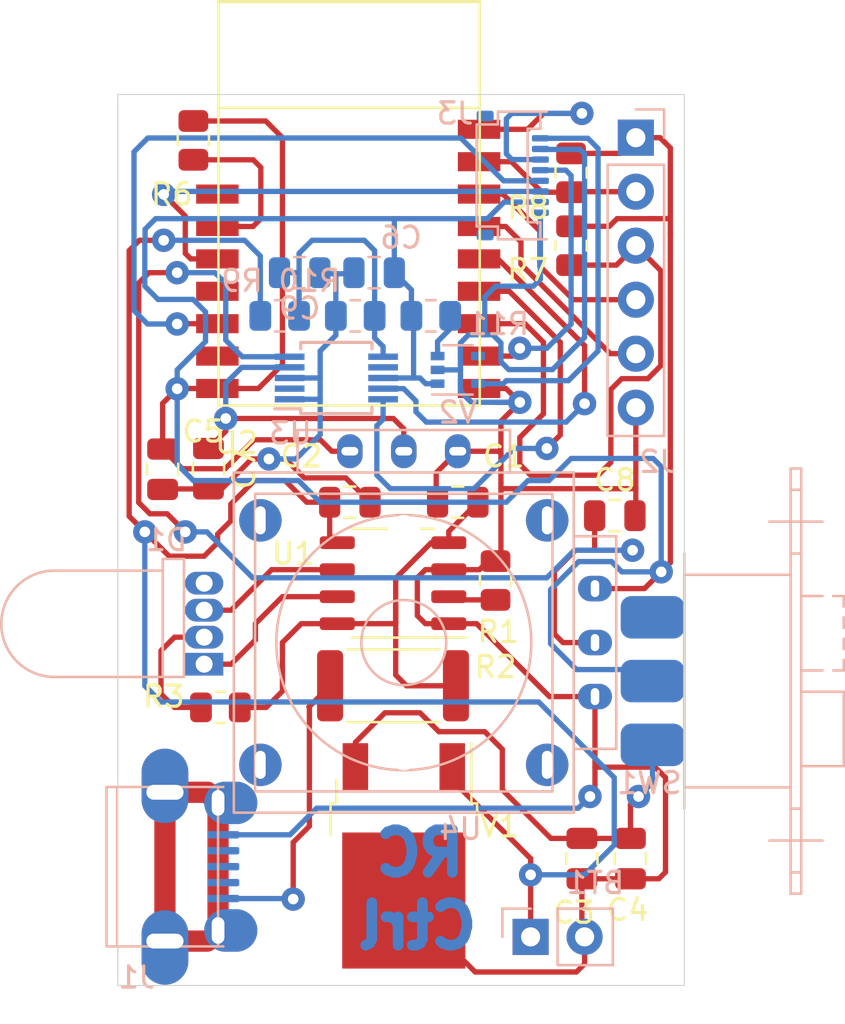
<source format=kicad_pcb>
(kicad_pcb (version 20171130) (host pcbnew "(5.1.7)-1")

  (general
    (thickness 1.6)
    (drawings 10)
    (tracks 433)
    (zones 0)
    (modules 30)
    (nets 28)
  )

  (page A4)
  (layers
    (0 F.Cu signal)
    (31 B.Cu signal)
    (32 B.Adhes user)
    (33 F.Adhes user)
    (34 B.Paste user)
    (35 F.Paste user)
    (36 B.SilkS user)
    (37 F.SilkS user)
    (38 B.Mask user)
    (39 F.Mask user)
    (40 Dwgs.User user)
    (41 Cmts.User user)
    (42 Eco1.User user)
    (43 Eco2.User user)
    (44 Edge.Cuts user)
    (45 Margin user)
    (46 B.CrtYd user)
    (47 F.CrtYd user)
    (48 B.Fab user)
    (49 F.Fab user)
  )

  (setup
    (last_trace_width 0.25)
    (trace_clearance 0.2)
    (zone_clearance 0.508)
    (zone_45_only no)
    (trace_min 0.2)
    (via_size 0.8)
    (via_drill 0.4)
    (via_min_size 0.4)
    (via_min_drill 0.3)
    (uvia_size 0.3)
    (uvia_drill 0.1)
    (uvias_allowed no)
    (uvia_min_size 0.2)
    (uvia_min_drill 0.1)
    (edge_width 0.05)
    (segment_width 0.2)
    (pcb_text_width 0.3)
    (pcb_text_size 1.5 1.5)
    (mod_edge_width 0.12)
    (mod_text_size 1 1)
    (mod_text_width 0.15)
    (pad_size 1.6 1.6)
    (pad_drill 1.4)
    (pad_to_mask_clearance 0)
    (aux_axis_origin 0 0)
    (visible_elements 7FFFFFFF)
    (pcbplotparams
      (layerselection 0x010fc_ffffffff)
      (usegerberextensions false)
      (usegerberattributes true)
      (usegerberadvancedattributes true)
      (creategerberjobfile true)
      (excludeedgelayer true)
      (linewidth 0.100000)
      (plotframeref false)
      (viasonmask false)
      (mode 1)
      (useauxorigin false)
      (hpglpennumber 1)
      (hpglpenspeed 20)
      (hpglpendiameter 15.000000)
      (psnegative false)
      (psa4output false)
      (plotreference true)
      (plotvalue true)
      (plotinvisibletext false)
      (padsonsilk false)
      (subtractmaskfromsilk false)
      (outputformat 1)
      (mirror false)
      (drillshape 1)
      (scaleselection 1)
      (outputdirectory ""))
  )

  (net 0 "")
  (net 1 GND)
  (net 2 "Net-(C1-Pad1)")
  (net 3 "Net-(C3-Pad1)")
  (net 4 +3V3)
  (net 5 /RST)
  (net 6 "Net-(D1-Pad2)")
  (net 7 "Net-(D1-Pad3)")
  (net 8 "Net-(J1-Pad6)")
  (net 9 "Net-(J1-Pad1)")
  (net 10 /Flash)
  (net 11 /TX)
  (net 12 /RX)
  (net 13 /TFT_RST)
  (net 14 /TFT_RS)
  (net 15 /2V8_BackLight)
  (net 16 "Net-(R1-Pad2)")
  (net 17 "Net-(R6-Pad2)")
  (net 18 +BATT)
  (net 19 "Net-(R11-Pad2)")
  (net 20 /I2C_SCL)
  (net 21 /I2C_SDA)
  (net 22 /TFT_SDA)
  (net 23 /TFT_SCL)
  (net 24 "Net-(D1-Pad1)")
  (net 25 "Net-(C7-Pad1)")
  (net 26 "Net-(C8-Pad1)")
  (net 27 "Net-(C9-Pad1)")

  (net_class Default "This is the default net class."
    (clearance 0.2)
    (trace_width 0.25)
    (via_dia 0.8)
    (via_drill 0.4)
    (uvia_dia 0.3)
    (uvia_drill 0.1)
    (add_net +3V3)
    (add_net +BATT)
    (add_net /2V8_BackLight)
    (add_net /Flash)
    (add_net /I2C_SCL)
    (add_net /I2C_SDA)
    (add_net /RST)
    (add_net /RX)
    (add_net /TFT_RS)
    (add_net /TFT_RST)
    (add_net /TFT_SCL)
    (add_net /TFT_SDA)
    (add_net /TX)
    (add_net GND)
    (add_net "Net-(C1-Pad1)")
    (add_net "Net-(C3-Pad1)")
    (add_net "Net-(C7-Pad1)")
    (add_net "Net-(C8-Pad1)")
    (add_net "Net-(C9-Pad1)")
    (add_net "Net-(D1-Pad1)")
    (add_net "Net-(D1-Pad2)")
    (add_net "Net-(D1-Pad3)")
    (add_net "Net-(J1-Pad1)")
    (add_net "Net-(J1-Pad6)")
    (add_net "Net-(R1-Pad2)")
    (add_net "Net-(R11-Pad2)")
    (add_net "Net-(R6-Pad2)")
  )

  (module TrevM:SlideSwitch (layer B.Cu) (tedit 60BD21E9) (tstamp 60977276)
    (at 140.97 122.047 180)
    (path /60B1FF41)
    (fp_text reference SW1 (at 1.651 5.207 180) (layer B.SilkS)
      (effects (font (size 1 1) (thickness 0.15)) (justify mirror))
    )
    (fp_text value On/Off (at 2.159 3.937 180) (layer B.Fab)
      (effects (font (size 1 1) (thickness 0.15)) (justify mirror))
    )
    (fp_line (start -5 0) (end -5 20) (layer B.SilkS) (width 0.12))
    (fp_line (start -5 20) (end -5.5 20) (layer B.SilkS) (width 0.12))
    (fp_line (start -5.5 20) (end -5.5 0) (layer B.SilkS) (width 0.12))
    (fp_line (start -5.5 0) (end -5 0) (layer B.SilkS) (width 0.12))
    (fp_line (start -5 5) (end 0 5) (layer B.SilkS) (width 0.12))
    (fp_line (start 0 5) (end 0 15) (layer B.SilkS) (width 0.12))
    (fp_line (start 0 15) (end -5 15) (layer B.SilkS) (width 0.12))
    (fp_line (start -6.5 17.5) (end -4 17.5) (layer B.SilkS) (width 0.12))
    (fp_line (start -4 2.5) (end -6.5 2.5) (layer B.SilkS) (width 0.12))
    (fp_line (start -5 4) (end -5.5 4) (layer B.SilkS) (width 0.12))
    (fp_line (start -5 1) (end -5.5 1) (layer B.SilkS) (width 0.12))
    (fp_line (start -5.5 19) (end -5 19) (layer B.SilkS) (width 0.12))
    (fp_line (start -5 16) (end -5.5 16) (layer B.SilkS) (width 0.12))
    (fp_line (start -7.5 6) (end -7.5 9.5) (layer B.SilkS) (width 0.12))
    (fp_line (start -7.5 9.5) (end -5.5 9.5) (layer B.SilkS) (width 0.12))
    (fp_line (start -7.5 6) (end -5.5 6) (layer B.SilkS) (width 0.12))
    (fp_line (start -7.5 14) (end -7.5 13.5) (layer B.SilkS) (width 0.12))
    (fp_line (start -7.5 13) (end -7.5 12.5) (layer B.SilkS) (width 0.12))
    (fp_line (start -7.5 12) (end -7.5 11.5) (layer B.SilkS) (width 0.12))
    (fp_line (start -7.5 11) (end -7.5 10.5) (layer B.SilkS) (width 0.12))
    (fp_line (start -7.5 14) (end -7 14) (layer B.SilkS) (width 0.12))
    (fp_line (start -6.5 14) (end -5.5 14) (layer B.SilkS) (width 0.12))
    (fp_line (start -7.5 10.5) (end -7 10.5) (layer B.SilkS) (width 0.12))
    (fp_line (start -6.5 10.5) (end -5.5 10.5) (layer B.SilkS) (width 0.12))
    (fp_line (start 0 16) (end 0 4) (layer B.SilkS) (width 0.12))
    (pad 3 smd roundrect (at 1.5 13 180) (size 3 2) (layers B.Cu B.Paste B.Mask) (roundrect_rratio 0.25))
    (pad 2 smd roundrect (at 1.5 10 180) (size 3 2) (layers B.Cu B.Paste B.Mask) (roundrect_rratio 0.25)
      (net 4 +3V3))
    (pad 1 smd roundrect (at 1.5 7 180) (size 3 2) (layers B.Cu B.Paste B.Mask) (roundrect_rratio 0.25)
      (net 3 "Net-(C3-Pad1)"))
    (model E:/Projects/FreeCAD/SlideSwitch.step
      (at (xyz 0 0 0))
      (scale (xyz 1 1 1))
      (rotate (xyz 0 0 0))
    )
  )

  (module TrevM:PinHeader_1x06_P2.54mm_Vertical_bent (layer B.Cu) (tedit 60BD185F) (tstamp 60BD4EB3)
    (at 138.684 86.487 180)
    (descr "Through hole straight pin header, 1x06, 2.54mm pitch, single row")
    (tags "Through hole pin header THT 1x06 2.54mm single row")
    (path /60989217)
    (fp_text reference J2 (at -1.016 -15.24 180) (layer B.SilkS)
      (effects (font (size 1 1) (thickness 0.15)) (justify mirror))
    )
    (fp_text value Program (at 2.54 -11.557 270) (layer B.Fab)
      (effects (font (size 1 1) (thickness 0.15)) (justify mirror))
    )
    (fp_line (start 1.8 1.8) (end -1.8 1.8) (layer B.CrtYd) (width 0.05))
    (fp_line (start 1.8 -14.5) (end 1.8 1.8) (layer B.CrtYd) (width 0.05))
    (fp_line (start -1.8 -14.5) (end 1.8 -14.5) (layer B.CrtYd) (width 0.05))
    (fp_line (start -1.8 1.8) (end -1.8 -14.5) (layer B.CrtYd) (width 0.05))
    (fp_line (start -1.33 1.33) (end 0 1.33) (layer B.SilkS) (width 0.12))
    (fp_line (start -1.33 0) (end -1.33 1.33) (layer B.SilkS) (width 0.12))
    (fp_line (start -1.33 -1.27) (end 1.33 -1.27) (layer B.SilkS) (width 0.12))
    (fp_line (start 1.33 -1.27) (end 1.33 -14.03) (layer B.SilkS) (width 0.12))
    (fp_line (start -1.33 -1.27) (end -1.33 -14.03) (layer B.SilkS) (width 0.12))
    (fp_line (start -1.33 -14.03) (end 1.33 -14.03) (layer B.SilkS) (width 0.12))
    (fp_line (start -1.27 0.635) (end -0.635 1.27) (layer B.Fab) (width 0.1))
    (fp_line (start -1.27 -13.97) (end -1.27 0.635) (layer B.Fab) (width 0.1))
    (fp_line (start 1.27 -13.97) (end -1.27 -13.97) (layer B.Fab) (width 0.1))
    (fp_line (start 1.27 1.27) (end 1.27 -13.97) (layer B.Fab) (width 0.1))
    (fp_line (start -0.635 1.27) (end 1.27 1.27) (layer B.Fab) (width 0.1))
    (fp_text user %R (at 0 -6.35 90) (layer B.Fab)
      (effects (font (size 1 1) (thickness 0.15)) (justify mirror))
    )
    (pad 6 thru_hole oval (at 0 -12.7 180) (size 1.7 1.7) (drill 0.9) (layers *.Cu *.Mask)
      (net 1 GND))
    (pad 5 thru_hole oval (at 0 -10.16 180) (size 1.7 1.7) (drill 0.9) (layers *.Cu *.Mask)
      (net 12 /RX))
    (pad 4 thru_hole oval (at 0 -7.62 180) (size 1.7 1.7) (drill 0.9) (layers *.Cu *.Mask)
      (net 11 /TX))
    (pad 3 thru_hole oval (at 0 -5.08 180) (size 1.7 1.7) (drill 0.9) (layers *.Cu *.Mask)
      (net 10 /Flash))
    (pad 2 thru_hole oval (at 0 -2.54 180) (size 1.7 1.7) (drill 0.9) (layers *.Cu *.Mask)
      (net 5 /RST))
    (pad 1 thru_hole rect (at 0 0 180) (size 1.7 1.7) (drill 0.9) (layers *.Cu *.Mask)
      (net 4 +3V3))
    (model E:/Projects/FreeCAD/6way0_1headerBent.step
      (at (xyz 0 0 0))
      (scale (xyz 1 1 1))
      (rotate (xyz 0 0 0))
    )
  )

  (module TrevM:Joystick (layer B.Cu) (tedit 60BD108E) (tstamp 609772E4)
    (at 119.761 110.236 90)
    (path /609ED74B)
    (fp_text reference U4 (at -8.763 10.668 180) (layer B.SilkS)
      (effects (font (size 1 1) (thickness 0.15)) (justify mirror))
    )
    (fp_text value Joystick (at -8.763 6.223 180) (layer B.Fab)
      (effects (font (size 1 1) (thickness 0.15)) (justify mirror))
    )
    (fp_line (start -7 1) (end 0 1) (layer B.SilkS) (width 0.12))
    (fp_line (start -7 15) (end -7 1) (layer B.SilkS) (width 0.12))
    (fp_line (start 7 15) (end -7 15) (layer B.SilkS) (width 0.12))
    (fp_line (start 7 1) (end 7 15) (layer B.SilkS) (width 0.12))
    (fp_line (start 0 1) (end 7 1) (layer B.SilkS) (width 0.12))
    (fp_line (start -8 0) (end 8 0) (layer B.SilkS) (width 0.12))
    (fp_line (start 8 0) (end 8 16) (layer B.SilkS) (width 0.12))
    (fp_line (start 8 16) (end -8 16) (layer B.SilkS) (width 0.12))
    (fp_line (start -8 16) (end -8 0) (layer B.SilkS) (width 0.12))
    (fp_circle (center 0 8) (end 2 8) (layer B.SilkS) (width 0.12))
    (fp_circle (center 0 8) (end 6 8) (layer B.SilkS) (width 0.12))
    (fp_line (start 8 3) (end 10 3) (layer B.SilkS) (width 0.12))
    (fp_line (start 10 3) (end 10 13) (layer B.SilkS) (width 0.12))
    (fp_line (start 10 13) (end 8 13) (layer B.SilkS) (width 0.12))
    (fp_line (start 5 16) (end 5 18) (layer B.SilkS) (width 0.12))
    (fp_line (start 5 18) (end -5 18) (layer B.SilkS) (width 0.12))
    (fp_line (start -5 18) (end -5 16) (layer B.SilkS) (width 0.12))
    (pad 6 thru_hole oval (at -2.54 17 90) (size 1.2 1.6) (drill oval 0.8 0.4) (layers *.Cu *.Mask)
      (net 1 GND))
    (pad 5 thru_hole oval (at 0 17 90) (size 1.2 1.6) (drill oval 0.8 0.4) (layers *.Cu *.Mask)
      (net 26 "Net-(C8-Pad1)"))
    (pad 4 thru_hole oval (at 2.54 17 90) (size 1.2 1.6) (drill oval 0.8 0.4) (layers *.Cu *.Mask)
      (net 4 +3V3))
    (pad 3 thru_hole oval (at 9 10.54 90) (size 1.6 1.2) (drill oval 0.4 0.8) (layers *.Cu *.Mask)
      (net 1 GND))
    (pad 2 thru_hole oval (at 9 8 90) (size 1.6 1.2) (drill oval 0.4 0.8) (layers *.Cu *.Mask)
      (net 25 "Net-(C7-Pad1)"))
    (pad 1 thru_hole oval (at 9 5.46 90) (size 1.6 1.2) (drill oval 0.4 0.8) (layers *.Cu *.Mask)
      (net 4 +3V3))
    (pad "" np_thru_hole circle (at -5.25 8 90) (size 1.5 1.5) (drill 1.5) (layers *.Cu *.Mask))
    (pad "" np_thru_hole circle (at 5.25 8 90) (size 1.5 1.5) (drill 1.5) (layers *.Cu *.Mask))
    (pad "" thru_hole circle (at -5.75 14.75 90) (size 2 2) (drill oval 1.32 0.5) (layers *.Cu *.Mask))
    (pad "" thru_hole circle (at 5.75 14.75 90) (size 2 2) (drill oval 1.32 0.5) (layers *.Cu *.Mask))
    (pad "" thru_hole circle (at 5.75 1.25 90) (size 2 2) (drill oval 1.32 0.5) (layers *.Cu *.Mask))
    (pad "" thru_hole circle (at -5.75 1.25 90) (size 2 2) (drill oval 1.32 0.5) (layers *.Cu *.Mask))
    (model E:/Projects/FreeCAD/Joystick.step
      (at (xyz 0 0 0))
      (scale (xyz 1 1 1))
      (rotate (xyz 0 0 0))
    )
  )

  (module TrevM:LED_D5.0mm-4_RGB-RIGHT (layer B.Cu) (tedit 60BCFEA5) (tstamp 60BD3AA2)
    (at 118.364 111.252 90)
    (descr "LED, diameter 5.0mm, 2 pins, diameter 5.0mm, 3 pins, diameter 5.0mm, 4 pins, http://www.kingbright.com/attachments/file/psearch/000/00/00/L-154A4SUREQBFZGEW(Ver.9A).pdf")
    (tags "LED diameter 5.0mm 2 pins diameter 5.0mm 3 pins diameter 5.0mm 4 pins RGB RGBLED")
    (path /609EC64A)
    (fp_text reference D1 (at 5.842 -1.778) (layer B.SilkS)
      (effects (font (size 1 1) (thickness 0.15)) (justify mirror))
    )
    (fp_text value LED_RCGB (at 8.636 0 90) (layer B.Fab)
      (effects (font (size 1 1) (thickness 0.15)) (justify mirror))
    )
    (fp_line (start 4.4 -1.95) (end 4.4 -7) (layer B.SilkS) (width 0.12))
    (fp_line (start -0.6 -1.95) (end -0.6 -7) (layer B.SilkS) (width 0.12))
    (fp_line (start -0.6 -1.95) (end -0.6 -0.95) (layer B.SilkS) (width 0.12))
    (fp_line (start 4.95 -1.95) (end -0.6 -1.95) (layer B.SilkS) (width 0.12))
    (fp_line (start 4.95 -0.95) (end 4.95 -1.95) (layer B.SilkS) (width 0.12))
    (fp_line (start -0.55 -0.95) (end 4.95 -0.95) (layer B.SilkS) (width 0.12))
    (fp_line (start 4.4 -1.95) (end 4.4 -7) (layer B.CrtYd) (width 0.12))
    (fp_line (start -0.6 -1.95) (end -0.6 -7.05) (layer B.CrtYd) (width 0.12))
    (fp_line (start 4.9 -0.95) (end -0.55 -0.95) (layer B.CrtYd) (width 0.12))
    (fp_line (start 4.9 -1.95) (end 4.9 -0.95) (layer B.CrtYd) (width 0.12))
    (fp_line (start -0.6 -1.95) (end 4.9 -1.95) (layer B.CrtYd) (width 0.12))
    (fp_line (start -0.6 -0.95) (end -0.6 -1.95) (layer B.CrtYd) (width 0.12))
    (fp_arc (start 1.899999 -7.049999) (end -0.6 -7) (angle 181.1457628) (layer B.SilkS) (width 0.12))
    (fp_arc (start 1.899999 -7.049999) (end -0.6 -7) (angle 181.1457628) (layer B.CrtYd) (width 0.12))
    (fp_text user %R (at 2.05 -3.95 270) (layer B.Fab)
      (effects (font (size 1 1) (thickness 0.15)) (justify mirror))
    )
    (pad 4 thru_hole oval (at 3.81 0 90) (size 1.07 1.8) (drill 0.8) (layers *.Cu *.Mask))
    (pad 3 thru_hole oval (at 2.54 0 90) (size 1.07 1.8) (drill 0.8) (layers *.Cu *.Mask)
      (net 7 "Net-(D1-Pad3)"))
    (pad 2 thru_hole oval (at 1.27 0 90) (size 1.07 1.8) (drill 0.8) (layers *.Cu *.Mask)
      (net 6 "Net-(D1-Pad2)"))
    (pad 1 thru_hole rect (at 0 0 90) (size 1.07 1.8) (drill 0.8) (layers *.Cu *.Mask)
      (net 24 "Net-(D1-Pad1)"))
    (model E:/Projects/FreeCAD/RGB_LED.step
      (at (xyz 0 0 0))
      (scale (xyz 1 1 1))
      (rotate (xyz 0 0 0))
    )
  )

  (module TrevM:ESP-M2_DOIT (layer F.Cu) (tedit 60BCFEBD) (tstamp 609772A9)
    (at 125.336 93.585001)
    (path /608FF981)
    (fp_text reference U2 (at -5.448 7.252999) (layer F.SilkS)
      (effects (font (size 1 1) (thickness 0.15)))
    )
    (fp_text value ESP-M2 (at -2.4 5.728999) (layer F.Fab)
      (effects (font (size 1 1) (thickness 0.15)))
    )
    (fp_line (start -6.3 -13.5) (end 6 -13.5) (layer F.SilkS) (width 0.15))
    (fp_line (start -6.3 5.5) (end 6 5.5) (layer F.SilkS) (width 0.12))
    (fp_line (start 6 5.5) (end 6 -8.5) (layer F.SilkS) (width 0.12))
    (fp_line (start 6 -8.5) (end -6.3 -8.5) (layer F.SilkS) (width 0.12))
    (fp_line (start -6.3 -8.5) (end -6.3 5.5) (layer F.SilkS) (width 0.12))
    (fp_line (start -6.3 -8.5) (end -6.3 -13.5) (layer F.SilkS) (width 0.12))
    (fp_line (start 6 -8.5) (end 6 -13.5) (layer F.SilkS) (width 0.12))
    (pad 16 smd rect (at 5.969 -7.493) (size 2 0.9) (layers F.Cu F.Paste F.Mask)
      (net 13 /TFT_RST))
    (pad 15 smd rect (at 5.969 -5.969) (size 2 0.9) (layers F.Cu F.Paste F.Mask)
      (net 5 /RST))
    (pad 14 smd rect (at 5.969 -4.445) (size 2 0.9) (layers F.Cu F.Paste F.Mask)
      (net 11 /TX))
    (pad 13 smd rect (at 5.969 -2.921) (size 2 0.9) (layers F.Cu F.Paste F.Mask)
      (net 12 /RX))
    (pad 12 smd rect (at 5.969 -1.397) (size 2 0.9) (layers F.Cu F.Paste F.Mask)
      (net 21 /I2C_SDA))
    (pad 11 smd rect (at 5.969 0.127) (size 2 0.9) (layers F.Cu F.Paste F.Mask)
      (net 20 /I2C_SCL))
    (pad 10 smd rect (at 5.969 1.651) (size 2 0.9) (layers F.Cu F.Paste F.Mask)
      (net 10 /Flash))
    (pad 9 smd rect (at 5.969 3.175) (size 2 0.9) (layers F.Cu F.Paste F.Mask)
      (net 14 /TFT_RS))
    (pad 8 smd rect (at 5.969 4.699) (size 2 0.9) (layers F.Cu F.Paste F.Mask)
      (net 1 GND))
    (pad 1 smd rect (at -6.35 -4.445) (size 2 0.9) (layers F.Cu F.Paste F.Mask))
    (pad 2 smd rect (at -6.35 -2.921) (size 2 0.9) (layers F.Cu F.Paste F.Mask)
      (net 17 "Net-(R6-Pad2)"))
    (pad 3 smd rect (at -6.35 -1.397) (size 2 0.9) (layers F.Cu F.Paste F.Mask)
      (net 23 /TFT_SCL))
    (pad 4 smd rect (at -6.35 0.127) (size 2 0.9) (layers F.Cu F.Paste F.Mask))
    (pad 5 smd rect (at -6.35 1.651) (size 2 0.9) (layers F.Cu F.Paste F.Mask)
      (net 22 /TFT_SDA))
    (pad 6 smd rect (at -6.35 3.175) (size 2 0.9) (layers F.Cu F.Paste F.Mask))
    (pad 7 smd rect (at -6.35 4.699) (size 2 0.9) (layers F.Cu F.Paste F.Mask)
      (net 4 +3V3))
    (model E:/Projects/FreeCAD/ESP-M2.step
      (at (xyz 0 0 0))
      (scale (xyz 1 1 1))
      (rotate (xyz 0 0 0))
    )
  )

  (module Package_SO:MSOP-10_3x3mm_P0.5mm (layer B.Cu) (tedit 5A02F25C) (tstamp 60B15C0A)
    (at 124.587 97.79)
    (descr "10-Lead Plastic Micro Small Outline Package (MS) [MSOP] (see Microchip Packaging Specification 00000049BS.pdf)")
    (tags "SSOP 0.5")
    (path /6091079B)
    (attr smd)
    (fp_text reference U3 (at -2.159 2.6) (layer B.SilkS)
      (effects (font (size 1 1) (thickness 0.15)) (justify mirror))
    )
    (fp_text value ADS1015 (at 1.905 2.54) (layer B.Fab)
      (effects (font (size 0.8 0.8) (thickness 0.15)) (justify mirror))
    )
    (fp_line (start -1.675 1.45) (end -2.9 1.45) (layer B.SilkS) (width 0.15))
    (fp_line (start -1.675 -1.675) (end 1.675 -1.675) (layer B.SilkS) (width 0.15))
    (fp_line (start -1.675 1.675) (end 1.675 1.675) (layer B.SilkS) (width 0.15))
    (fp_line (start -1.675 -1.675) (end -1.675 -1.375) (layer B.SilkS) (width 0.15))
    (fp_line (start 1.675 -1.675) (end 1.675 -1.375) (layer B.SilkS) (width 0.15))
    (fp_line (start 1.675 1.675) (end 1.675 1.375) (layer B.SilkS) (width 0.15))
    (fp_line (start -1.675 1.675) (end -1.675 1.45) (layer B.SilkS) (width 0.15))
    (fp_line (start -3.15 -1.85) (end 3.15 -1.85) (layer B.CrtYd) (width 0.05))
    (fp_line (start -3.15 1.85) (end 3.15 1.85) (layer B.CrtYd) (width 0.05))
    (fp_line (start 3.15 1.85) (end 3.15 -1.85) (layer B.CrtYd) (width 0.05))
    (fp_line (start -3.15 1.85) (end -3.15 -1.85) (layer B.CrtYd) (width 0.05))
    (fp_line (start -1.5 0.5) (end -0.5 1.5) (layer B.Fab) (width 0.15))
    (fp_line (start -1.5 -1.5) (end -1.5 0.5) (layer B.Fab) (width 0.15))
    (fp_line (start 1.5 -1.5) (end -1.5 -1.5) (layer B.Fab) (width 0.15))
    (fp_line (start 1.5 1.5) (end 1.5 -1.5) (layer B.Fab) (width 0.15))
    (fp_line (start -0.5 1.5) (end 1.5 1.5) (layer B.Fab) (width 0.15))
    (fp_text user %R (at 0 0) (layer B.Fab)
      (effects (font (size 0.6 0.6) (thickness 0.15)) (justify mirror))
    )
    (pad 1 smd rect (at -2.2 1) (size 1.4 0.3) (layers B.Cu B.Paste B.Mask)
      (net 1 GND))
    (pad 2 smd rect (at -2.2 0.5) (size 1.4 0.3) (layers B.Cu B.Paste B.Mask))
    (pad 3 smd rect (at -2.2 0) (size 1.4 0.3) (layers B.Cu B.Paste B.Mask)
      (net 1 GND))
    (pad 4 smd rect (at -2.2 -0.5) (size 1.4 0.3) (layers B.Cu B.Paste B.Mask)
      (net 25 "Net-(C7-Pad1)"))
    (pad 5 smd rect (at -2.2 -1) (size 1.4 0.3) (layers B.Cu B.Paste B.Mask)
      (net 26 "Net-(C8-Pad1)"))
    (pad 6 smd rect (at 2.2 -1) (size 1.4 0.3) (layers B.Cu B.Paste B.Mask)
      (net 27 "Net-(C9-Pad1)"))
    (pad 7 smd rect (at 2.2 -0.5) (size 1.4 0.3) (layers B.Cu B.Paste B.Mask))
    (pad 8 smd rect (at 2.2 0) (size 1.4 0.3) (layers B.Cu B.Paste B.Mask)
      (net 4 +3V3))
    (pad 9 smd rect (at 2.2 0.5) (size 1.4 0.3) (layers B.Cu B.Paste B.Mask)
      (net 21 /I2C_SDA))
    (pad 10 smd rect (at 2.2 1) (size 1.4 0.3) (layers B.Cu B.Paste B.Mask)
      (net 20 /I2C_SCL))
    (model ${KISYS3DMOD}/Package_SO.3dshapes/MSOP-10_3x3mm_P0.5mm.wrl
      (at (xyz 0 0 0))
      (scale (xyz 1 1 1))
      (rotate (xyz 0 0 0))
    )
  )

  (module Resistor_SMD:R_0805_2012Metric (layer F.Cu) (tedit 5F68FEEE) (tstamp 60977201)
    (at 119.126 113.284)
    (descr "Resistor SMD 0805 (2012 Metric), square (rectangular) end terminal, IPC_7351 nominal, (Body size source: IPC-SM-782 page 72, https://www.pcb-3d.com/wordpress/wp-content/uploads/ipc-sm-782a_amendment_1_and_2.pdf), generated with kicad-footprint-generator")
    (tags resistor)
    (path /60A13A49)
    (attr smd)
    (fp_text reference R3 (at -2.667 -0.508 -180) (layer F.SilkS)
      (effects (font (size 1 1) (thickness 0.15)))
    )
    (fp_text value 1K2 (at -3.175 0.889 180) (layer F.Fab)
      (effects (font (size 1 1) (thickness 0.15)))
    )
    (fp_line (start -1 0.625) (end -1 -0.625) (layer F.Fab) (width 0.1))
    (fp_line (start -1 -0.625) (end 1 -0.625) (layer F.Fab) (width 0.1))
    (fp_line (start 1 -0.625) (end 1 0.625) (layer F.Fab) (width 0.1))
    (fp_line (start 1 0.625) (end -1 0.625) (layer F.Fab) (width 0.1))
    (fp_line (start -0.227064 -0.735) (end 0.227064 -0.735) (layer F.SilkS) (width 0.12))
    (fp_line (start -0.227064 0.735) (end 0.227064 0.735) (layer F.SilkS) (width 0.12))
    (fp_line (start -1.68 0.95) (end -1.68 -0.95) (layer F.CrtYd) (width 0.05))
    (fp_line (start -1.68 -0.95) (end 1.68 -0.95) (layer F.CrtYd) (width 0.05))
    (fp_line (start 1.68 -0.95) (end 1.68 0.95) (layer F.CrtYd) (width 0.05))
    (fp_line (start 1.68 0.95) (end -1.68 0.95) (layer F.CrtYd) (width 0.05))
    (fp_text user %R (at 0 0 180) (layer F.Fab)
      (effects (font (size 0.5 0.5) (thickness 0.08)))
    )
    (pad 2 smd roundrect (at 0.9125 0) (size 1.025 1.4) (layers F.Cu F.Paste F.Mask) (roundrect_rratio 0.243902)
      (net 2 "Net-(C1-Pad1)"))
    (pad 1 smd roundrect (at -0.9125 0) (size 1.025 1.4) (layers F.Cu F.Paste F.Mask) (roundrect_rratio 0.243902)
      (net 6 "Net-(D1-Pad2)"))
    (model ${KISYS3DMOD}/Resistor_SMD.3dshapes/R_0805_2012Metric.wrl
      (at (xyz 0 0 0))
      (scale (xyz 1 1 1))
      (rotate (xyz 0 0 0))
    )
  )

  (module TrevM:USB_micro (layer B.Cu) (tedit 60B00269) (tstamp 60A9756E)
    (at 112.268 120.777 90)
    (path /6099EFAA)
    (fp_text reference J1 (at -5.207 2.921) (layer B.SilkS)
      (effects (font (size 1 1) (thickness 0.15)) (justify mirror))
    )
    (fp_text value USB_B_Mini (at -4.699 9.525 180) (layer B.Fab)
      (effects (font (size 1 1) (thickness 0.15)) (justify mirror))
    )
    (fp_line (start -3.75 1.5) (end 3.75 1.5) (layer B.SilkS) (width 0.12))
    (fp_line (start -3.75 2) (end 3.75 2) (layer B.SilkS) (width 0.12))
    (fp_line (start 3.75 1.5) (end 3.75 7) (layer B.SilkS) (width 0.12))
    (fp_line (start -3.75 1.5) (end -3.75 7) (layer B.SilkS) (width 0.12))
    (fp_line (start -3.75 6.75) (end 3.75 6.75) (layer B.SilkS) (width 0.12))
    (pad 6 thru_hole oval (at 3.5 4.25) (size 2.2 3.5) (drill oval 1.75 0.7 (offset 0 -0.3)) (layers *.Cu *.Mask)
      (net 8 "Net-(J1-Pad6)") (solder_mask_margin -0.1) (solder_paste_margin -0.1) (clearance 0.01))
    (pad 6 thru_hole oval (at 3 6.75 90) (size 2 2.5) (drill oval 1.2 0.6 (offset 0 0.6)) (layers *.Cu *.Mask)
      (net 8 "Net-(J1-Pad6)") (solder_mask_margin -0.1) (solder_paste_margin -0.1) (clearance 0.01))
    (pad 6 thru_hole oval (at -3.5 4.25) (size 2.2 3.5) (drill oval 1.75 0.7 (offset 0 0.3)) (layers *.Cu *.Mask)
      (net 8 "Net-(J1-Pad6)") (solder_mask_margin -0.1) (solder_paste_margin -0.1) (clearance 0.01))
    (pad 5 smd roundrect (at 1.5 7 90) (size 0.35 1.5) (layers B.Cu B.Paste B.Mask) (roundrect_rratio 0.25)
      (net 1 GND) (solder_mask_margin -0.1) (solder_paste_margin -0.1) (clearance 0.05))
    (pad 4 smd roundrect (at 0.75 7 90) (size 0.35 1.5) (layers B.Cu B.Paste B.Mask) (roundrect_rratio 0.25)
      (solder_mask_margin -0.1) (solder_paste_margin -0.1) (clearance 0.05))
    (pad 1 smd roundrect (at -1.5 7 90) (size 0.35 1.5) (layers B.Cu B.Paste B.Mask) (roundrect_rratio 0.25)
      (net 9 "Net-(J1-Pad1)") (solder_mask_margin -0.1) (solder_paste_margin -0.1) (clearance 0.05))
    (pad 2 smd roundrect (at -0.75 7 90) (size 0.35 1.5) (layers B.Cu B.Paste B.Mask) (roundrect_rratio 0.25)
      (solder_mask_margin -0.1) (solder_paste_margin -0.1) (clearance 0.05))
    (pad 3 smd roundrect (at 0 7 90) (size 0.35 1.5) (layers B.Cu B.Paste B.Mask) (roundrect_rratio 0.25)
      (solder_mask_margin -0.1) (solder_paste_margin -0.1) (clearance 0.05))
    (pad "" np_thru_hole circle (at 2 5.75 90) (size 0.8 0.8) (drill 0.8) (layers *.Cu *.Mask)
      (solder_mask_margin -0.1) (solder_paste_margin -0.1) (clearance 0.01))
    (pad "" np_thru_hole circle (at -2 5.75 90) (size 0.8 0.8) (drill 0.8) (layers *.Cu *.Mask)
      (solder_mask_margin -0.1) (solder_paste_margin -0.1) (clearance 0.001))
    (pad 6 thru_hole oval (at -3 6.75 90) (size 2 2.5) (drill oval 1.25 0.6 (offset 0 0.6)) (layers *.Cu *.Mask)
      (net 8 "Net-(J1-Pad6)") (solder_mask_margin -0.1) (solder_paste_margin -0.1) (clearance 0.01))
  )

  (module Capacitor_SMD:C_0805_2012Metric (layer B.Cu) (tedit 5F68FEEE) (tstamp 60AC0916)
    (at 126.365 92.837 180)
    (descr "Capacitor SMD 0805 (2012 Metric), square (rectangular) end terminal, IPC_7351 nominal, (Body size source: IPC-SM-782 page 76, https://www.pcb-3d.com/wordpress/wp-content/uploads/ipc-sm-782a_amendment_1_and_2.pdf, https://docs.google.com/spreadsheets/d/1BsfQQcO9C6DZCsRaXUlFlo91Tg2WpOkGARC1WS5S8t0/edit?usp=sharing), generated with kicad-footprint-generator")
    (tags capacitor)
    (path /60930EB5)
    (attr smd)
    (fp_text reference C6 (at -1.27 1.651 180) (layer B.SilkS)
      (effects (font (size 1 1) (thickness 0.15)) (justify mirror))
    )
    (fp_text value 100n (at 0.508 1.651 180) (layer B.Fab)
      (effects (font (size 1 1) (thickness 0.15)) (justify mirror))
    )
    (fp_line (start -1 -0.625) (end -1 0.625) (layer B.Fab) (width 0.1))
    (fp_line (start -1 0.625) (end 1 0.625) (layer B.Fab) (width 0.1))
    (fp_line (start 1 0.625) (end 1 -0.625) (layer B.Fab) (width 0.1))
    (fp_line (start 1 -0.625) (end -1 -0.625) (layer B.Fab) (width 0.1))
    (fp_line (start -0.261252 0.735) (end 0.261252 0.735) (layer B.SilkS) (width 0.12))
    (fp_line (start -0.261252 -0.735) (end 0.261252 -0.735) (layer B.SilkS) (width 0.12))
    (fp_line (start -1.7 -0.98) (end -1.7 0.98) (layer B.CrtYd) (width 0.05))
    (fp_line (start -1.7 0.98) (end 1.7 0.98) (layer B.CrtYd) (width 0.05))
    (fp_line (start 1.7 0.98) (end 1.7 -0.98) (layer B.CrtYd) (width 0.05))
    (fp_line (start 1.7 -0.98) (end -1.7 -0.98) (layer B.CrtYd) (width 0.05))
    (fp_text user %R (at 0 0) (layer B.Fab)
      (effects (font (size 0.5 0.5) (thickness 0.08)) (justify mirror))
    )
    (pad 2 smd roundrect (at 0.95 0 180) (size 1 1.45) (layers B.Cu B.Paste B.Mask) (roundrect_rratio 0.25)
      (net 1 GND))
    (pad 1 smd roundrect (at -0.95 0 180) (size 1 1.45) (layers B.Cu B.Paste B.Mask) (roundrect_rratio 0.25)
      (net 4 +3V3))
    (model ${KISYS3DMOD}/Capacitor_SMD.3dshapes/C_0805_2012Metric.wrl
      (at (xyz 0 0 0))
      (scale (xyz 1 1 1))
      (rotate (xyz 0 0 0))
    )
  )

  (module Capacitor_SMD:C_0805_2012Metric (layer F.Cu) (tedit 5F68FEEE) (tstamp 6099E340)
    (at 130.302 103.632 180)
    (descr "Capacitor SMD 0805 (2012 Metric), square (rectangular) end terminal, IPC_7351 nominal, (Body size source: IPC-SM-782 page 76, https://www.pcb-3d.com/wordpress/wp-content/uploads/ipc-sm-782a_amendment_1_and_2.pdf, https://docs.google.com/spreadsheets/d/1BsfQQcO9C6DZCsRaXUlFlo91Tg2WpOkGARC1WS5S8t0/edit?usp=sharing), generated with kicad-footprint-generator")
    (tags capacitor)
    (path /60A684F3)
    (attr smd)
    (fp_text reference C1 (at -2.159 2.159) (layer F.SilkS)
      (effects (font (size 1 1) (thickness 0.15)))
    )
    (fp_text value 10u (at -2.413 -0.508 90) (layer F.Fab)
      (effects (font (size 1 1) (thickness 0.15)))
    )
    (fp_line (start 1.7 0.98) (end -1.7 0.98) (layer F.CrtYd) (width 0.05))
    (fp_line (start 1.7 -0.98) (end 1.7 0.98) (layer F.CrtYd) (width 0.05))
    (fp_line (start -1.7 -0.98) (end 1.7 -0.98) (layer F.CrtYd) (width 0.05))
    (fp_line (start -1.7 0.98) (end -1.7 -0.98) (layer F.CrtYd) (width 0.05))
    (fp_line (start -0.261252 0.735) (end 0.261252 0.735) (layer F.SilkS) (width 0.12))
    (fp_line (start -0.261252 -0.735) (end 0.261252 -0.735) (layer F.SilkS) (width 0.12))
    (fp_line (start 1 0.625) (end -1 0.625) (layer F.Fab) (width 0.1))
    (fp_line (start 1 -0.625) (end 1 0.625) (layer F.Fab) (width 0.1))
    (fp_line (start -1 -0.625) (end 1 -0.625) (layer F.Fab) (width 0.1))
    (fp_line (start -1 0.625) (end -1 -0.625) (layer F.Fab) (width 0.1))
    (fp_text user %R (at 0 0) (layer F.Fab)
      (effects (font (size 0.5 0.5) (thickness 0.08)))
    )
    (pad 1 smd roundrect (at -0.95 0 180) (size 1 1.45) (layers F.Cu F.Paste F.Mask) (roundrect_rratio 0.25)
      (net 2 "Net-(C1-Pad1)"))
    (pad 2 smd roundrect (at 0.95 0 180) (size 1 1.45) (layers F.Cu F.Paste F.Mask) (roundrect_rratio 0.25)
      (net 1 GND))
    (model ${KISYS3DMOD}/Capacitor_SMD.3dshapes/C_0805_2012Metric.wrl
      (at (xyz 0 0 0))
      (scale (xyz 1 1 1))
      (rotate (xyz 0 0 0))
    )
  )

  (module Resistor_SMD:R_0805_2012Metric (layer B.Cu) (tedit 5F68FEEE) (tstamp 6099E362)
    (at 125.476 94.869 180)
    (descr "Resistor SMD 0805 (2012 Metric), square (rectangular) end terminal, IPC_7351 nominal, (Body size source: IPC-SM-782 page 72, https://www.pcb-3d.com/wordpress/wp-content/uploads/ipc-sm-782a_amendment_1_and_2.pdf), generated with kicad-footprint-generator")
    (tags resistor)
    (path /609DC977)
    (attr smd)
    (fp_text reference R10 (at 2.159 1.651) (layer B.SilkS)
      (effects (font (size 1 1) (thickness 0.15)) (justify mirror))
    )
    (fp_text value 10K (at 2.159 2.921) (layer B.Fab)
      (effects (font (size 1 1) (thickness 0.15)) (justify mirror))
    )
    (fp_line (start 1.68 -0.95) (end -1.68 -0.95) (layer B.CrtYd) (width 0.05))
    (fp_line (start 1.68 0.95) (end 1.68 -0.95) (layer B.CrtYd) (width 0.05))
    (fp_line (start -1.68 0.95) (end 1.68 0.95) (layer B.CrtYd) (width 0.05))
    (fp_line (start -1.68 -0.95) (end -1.68 0.95) (layer B.CrtYd) (width 0.05))
    (fp_line (start -0.227064 -0.735) (end 0.227064 -0.735) (layer B.SilkS) (width 0.12))
    (fp_line (start -0.227064 0.735) (end 0.227064 0.735) (layer B.SilkS) (width 0.12))
    (fp_line (start 1 -0.625) (end -1 -0.625) (layer B.Fab) (width 0.1))
    (fp_line (start 1 0.625) (end 1 -0.625) (layer B.Fab) (width 0.1))
    (fp_line (start -1 0.625) (end 1 0.625) (layer B.Fab) (width 0.1))
    (fp_line (start -1 -0.625) (end -1 0.625) (layer B.Fab) (width 0.1))
    (fp_text user %R (at 0 0) (layer B.Fab)
      (effects (font (size 0.5 0.5) (thickness 0.08)) (justify mirror))
    )
    (pad 1 smd roundrect (at -0.9125 0 180) (size 1.025 1.4) (layers B.Cu B.Paste B.Mask) (roundrect_rratio 0.243902)
      (net 27 "Net-(C9-Pad1)"))
    (pad 2 smd roundrect (at 0.9125 0 180) (size 1.025 1.4) (layers B.Cu B.Paste B.Mask) (roundrect_rratio 0.243902)
      (net 1 GND))
    (model ${KISYS3DMOD}/Resistor_SMD.3dshapes/R_0805_2012Metric.wrl
      (at (xyz 0 0 0))
      (scale (xyz 1 1 1))
      (rotate (xyz 0 0 0))
    )
  )

  (module Capacitor_SMD:C_0805_2012Metric (layer F.Cu) (tedit 5F68FEEE) (tstamp 6097712D)
    (at 125.222 103.632)
    (descr "Capacitor SMD 0805 (2012 Metric), square (rectangular) end terminal, IPC_7351 nominal, (Body size source: IPC-SM-782 page 76, https://www.pcb-3d.com/wordpress/wp-content/uploads/ipc-sm-782a_amendment_1_and_2.pdf, https://docs.google.com/spreadsheets/d/1BsfQQcO9C6DZCsRaXUlFlo91Tg2WpOkGARC1WS5S8t0/edit?usp=sharing), generated with kicad-footprint-generator")
    (tags capacitor)
    (path /60A6A113)
    (attr smd)
    (fp_text reference C2 (at -2.286 -2.159) (layer F.SilkS)
      (effects (font (size 1 1) (thickness 0.15)))
    )
    (fp_text value 10u (at -2.413 0 90) (layer F.Fab)
      (effects (font (size 1 1) (thickness 0.15)))
    )
    (fp_line (start 1.7 0.98) (end -1.7 0.98) (layer F.CrtYd) (width 0.05))
    (fp_line (start 1.7 -0.98) (end 1.7 0.98) (layer F.CrtYd) (width 0.05))
    (fp_line (start -1.7 -0.98) (end 1.7 -0.98) (layer F.CrtYd) (width 0.05))
    (fp_line (start -1.7 0.98) (end -1.7 -0.98) (layer F.CrtYd) (width 0.05))
    (fp_line (start -0.261252 0.735) (end 0.261252 0.735) (layer F.SilkS) (width 0.12))
    (fp_line (start -0.261252 -0.735) (end 0.261252 -0.735) (layer F.SilkS) (width 0.12))
    (fp_line (start 1 0.625) (end -1 0.625) (layer F.Fab) (width 0.1))
    (fp_line (start 1 -0.625) (end 1 0.625) (layer F.Fab) (width 0.1))
    (fp_line (start -1 -0.625) (end 1 -0.625) (layer F.Fab) (width 0.1))
    (fp_line (start -1 0.625) (end -1 -0.625) (layer F.Fab) (width 0.1))
    (fp_text user %R (at 0 0) (layer F.Fab)
      (effects (font (size 0.5 0.5) (thickness 0.08)))
    )
    (pad 1 smd roundrect (at -0.95 0) (size 1 1.45) (layers F.Cu F.Paste F.Mask) (roundrect_rratio 0.25)
      (net 18 +BATT))
    (pad 2 smd roundrect (at 0.95 0) (size 1 1.45) (layers F.Cu F.Paste F.Mask) (roundrect_rratio 0.25)
      (net 1 GND))
    (model ${KISYS3DMOD}/Capacitor_SMD.3dshapes/C_0805_2012Metric.wrl
      (at (xyz 0 0 0))
      (scale (xyz 1 1 1))
      (rotate (xyz 0 0 0))
    )
  )

  (module Resistor_SMD:R_2512_6332Metric (layer F.Cu) (tedit 5F68FEEE) (tstamp 609C413B)
    (at 127.254 112.268 180)
    (descr "Resistor SMD 2512 (6332 Metric), square (rectangular) end terminal, IPC_7351 nominal, (Body size source: IPC-SM-782 page 72, https://www.pcb-3d.com/wordpress/wp-content/uploads/ipc-sm-782a_amendment_1_and_2.pdf), generated with kicad-footprint-generator")
    (tags resistor)
    (path /609A21B7)
    (attr smd)
    (fp_text reference R2 (at -4.826 0.889) (layer F.SilkS)
      (effects (font (size 1 1) (thickness 0.15)))
    )
    (fp_text value 0.4 (at -5.08 -0.508) (layer F.Fab)
      (effects (font (size 1 1) (thickness 0.15)))
    )
    (fp_line (start 3.82 1.92) (end -3.82 1.92) (layer F.CrtYd) (width 0.05))
    (fp_line (start 3.82 -1.92) (end 3.82 1.92) (layer F.CrtYd) (width 0.05))
    (fp_line (start -3.82 -1.92) (end 3.82 -1.92) (layer F.CrtYd) (width 0.05))
    (fp_line (start -3.82 1.92) (end -3.82 -1.92) (layer F.CrtYd) (width 0.05))
    (fp_line (start -2.177064 1.71) (end 2.177064 1.71) (layer F.SilkS) (width 0.12))
    (fp_line (start -2.177064 -1.71) (end 2.177064 -1.71) (layer F.SilkS) (width 0.12))
    (fp_line (start 3.15 1.6) (end -3.15 1.6) (layer F.Fab) (width 0.1))
    (fp_line (start 3.15 -1.6) (end 3.15 1.6) (layer F.Fab) (width 0.1))
    (fp_line (start -3.15 -1.6) (end 3.15 -1.6) (layer F.Fab) (width 0.1))
    (fp_line (start -3.15 1.6) (end -3.15 -1.6) (layer F.Fab) (width 0.1))
    (fp_text user %R (at -4.826 0.889) (layer F.Fab)
      (effects (font (size 1 1) (thickness 0.15)))
    )
    (pad 1 smd roundrect (at -2.9625 0 180) (size 1.225 3.35) (layers F.Cu F.Paste F.Mask) (roundrect_rratio 0.204082)
      (net 2 "Net-(C1-Pad1)"))
    (pad 2 smd roundrect (at 2.9625 0 180) (size 1.225 3.35) (layers F.Cu F.Paste F.Mask) (roundrect_rratio 0.204082)
      (net 9 "Net-(J1-Pad1)"))
    (model ${KISYS3DMOD}/Resistor_SMD.3dshapes/R_2512_6332Metric.wrl
      (at (xyz 0 0 0))
      (scale (xyz 1 1 1))
      (rotate (xyz 0 0 0))
    )
  )

  (module Package_TO_SOT_SMD:SOT-353_SC-70-5 (layer B.Cu) (tedit 5A02FF57) (tstamp 6097731D)
    (at 130.302 97.409)
    (descr "SOT-353, SC-70-5")
    (tags "SOT-353 SC-70-5")
    (path /60A14287)
    (attr smd)
    (fp_text reference V2 (at 0 2) (layer B.SilkS)
      (effects (font (size 1 1) (thickness 0.15)) (justify mirror))
    )
    (fp_text value LDO_2V8 (at 2.286 1.27 270) (layer B.Fab)
      (effects (font (size 0.8 0.8) (thickness 0.15)) (justify mirror))
    )
    (fp_line (start -0.175 1.1) (end -0.675 0.6) (layer B.Fab) (width 0.1))
    (fp_line (start 0.675 -1.1) (end -0.675 -1.1) (layer B.Fab) (width 0.1))
    (fp_line (start 0.675 1.1) (end 0.675 -1.1) (layer B.Fab) (width 0.1))
    (fp_line (start -1.6 -1.4) (end 1.6 -1.4) (layer B.CrtYd) (width 0.05))
    (fp_line (start -0.675 0.6) (end -0.675 -1.1) (layer B.Fab) (width 0.1))
    (fp_line (start 0.675 1.1) (end -0.175 1.1) (layer B.Fab) (width 0.1))
    (fp_line (start -1.6 1.4) (end 1.6 1.4) (layer B.CrtYd) (width 0.05))
    (fp_line (start -1.6 1.4) (end -1.6 -1.4) (layer B.CrtYd) (width 0.05))
    (fp_line (start 1.6 -1.4) (end 1.6 1.4) (layer B.CrtYd) (width 0.05))
    (fp_line (start -0.7 -1.16) (end 0.7 -1.16) (layer B.SilkS) (width 0.12))
    (fp_line (start 0.7 1.16) (end -1.2 1.16) (layer B.SilkS) (width 0.12))
    (fp_text user %R (at 0 0 270) (layer B.Fab)
      (effects (font (size 0.5 0.5) (thickness 0.075)) (justify mirror))
    )
    (pad 1 smd rect (at -0.95 0.65) (size 0.65 0.4) (layers B.Cu B.Paste B.Mask)
      (net 4 +3V3))
    (pad 3 smd rect (at -0.95 -0.65) (size 0.65 0.4) (layers B.Cu B.Paste B.Mask)
      (net 19 "Net-(R11-Pad2)"))
    (pad 2 smd rect (at -0.95 0) (size 0.65 0.4) (layers B.Cu B.Paste B.Mask)
      (net 1 GND))
    (pad 4 smd rect (at 0.95 -0.65) (size 0.65 0.4) (layers B.Cu B.Paste B.Mask))
    (pad 5 smd rect (at 0.95 0.65) (size 0.65 0.4) (layers B.Cu B.Paste B.Mask)
      (net 15 /2V8_BackLight))
    (model ${KISYS3DMOD}/Package_TO_SOT_SMD.3dshapes/SOT-353_SC-70-5.wrl
      (at (xyz 0 0 0))
      (scale (xyz 1 1 1))
      (rotate (xyz 0 0 0))
    )
  )

  (module TrevM:8w_FFC_conn (layer B.Cu) (tedit 6096FDC2) (tstamp 60A96467)
    (at 131.191 88.265 90)
    (path /60A31110)
    (fp_text reference J3 (at 2.921 -1.016 180) (layer B.SilkS)
      (effects (font (size 1 1) (thickness 0.15)) (justify mirror))
    )
    (fp_text value TFT_LCD (at -0.127 4.445 270) (layer B.Fab)
      (effects (font (size 1 1) (thickness 0.15)) (justify mirror))
    )
    (fp_line (start 2.4 1) (end 2.4 0) (layer B.SilkS) (width 0.12))
    (fp_line (start 3 1) (end 2.4 1) (layer B.SilkS) (width 0.12))
    (fp_line (start -2.4 1) (end -2.4 0) (layer B.SilkS) (width 0.12))
    (fp_line (start -3 1) (end -2.4 1) (layer B.SilkS) (width 0.12))
    (fp_line (start 2.2 3) (end 3 3) (layer B.SilkS) (width 0.12))
    (fp_line (start 2.2 2.4) (end 2.2 3) (layer B.SilkS) (width 0.12))
    (fp_line (start -2.2 2.4) (end 2.2 2.4) (layer B.SilkS) (width 0.12))
    (fp_line (start -2.2 3) (end -2.2 2.4) (layer B.SilkS) (width 0.12))
    (fp_line (start -3 3) (end -2.2 3) (layer B.SilkS) (width 0.12))
    (fp_line (start -3 1) (end -3 3.3) (layer B.SilkS) (width 0.12))
    (fp_line (start 3 1) (end 3 3.3) (layer B.SilkS) (width 0.12))
    (fp_line (start -2.4 0) (end 2.4 0) (layer B.SilkS) (width 0.12))
    (pad 2 smd roundrect (at 1.25 3 90) (size 0.3 0.8) (layers B.Cu B.Paste B.Mask) (roundrect_rratio 0.25)
      (net 1 GND))
    (pad 3 smd roundrect (at 0.75 3 90) (size 0.3 0.8) (layers B.Cu B.Paste B.Mask) (roundrect_rratio 0.25)
      (net 13 /TFT_RST))
    (pad 4 smd roundrect (at 0.25 3 90) (size 0.3 0.8) (layers B.Cu B.Paste B.Mask) (roundrect_rratio 0.25)
      (net 14 /TFT_RS))
    (pad 5 smd roundrect (at -0.25 3 90) (size 0.3 0.8) (layers B.Cu B.Paste B.Mask) (roundrect_rratio 0.25)
      (net 22 /TFT_SDA))
    (pad 6 smd roundrect (at -0.75 3 90) (size 0.3 0.8) (layers B.Cu B.Paste B.Mask) (roundrect_rratio 0.25)
      (net 23 /TFT_SCL))
    (pad 7 smd roundrect (at -1.25 3 90) (size 0.3 0.8) (layers B.Cu B.Paste B.Mask) (roundrect_rratio 0.25)
      (net 4 +3V3))
    (pad 8 smd roundrect (at -1.75 3 90) (size 0.3 0.8) (layers B.Cu B.Paste B.Mask) (roundrect_rratio 0.25)
      (net 1 GND))
    (pad 1 smd roundrect (at 1.75 3 90) (size 0.3 0.8) (layers B.Cu B.Paste B.Mask) (roundrect_rratio 0.25)
      (net 15 /2V8_BackLight))
    (pad "" smd roundrect (at -2.8 0.4 90) (size 0.5 0.8) (layers B.Cu B.Paste B.Mask) (roundrect_rratio 0.25))
    (pad "" smd roundrect (at 2.8 0.4 90) (size 0.5 0.8) (layers B.Cu B.Paste B.Mask) (roundrect_rratio 0.25))
  )

  (module Resistor_SMD:R_0805_2012Metric (layer F.Cu) (tedit 5F68FEEE) (tstamp 60977234)
    (at 117.856 86.614 270)
    (descr "Resistor SMD 0805 (2012 Metric), square (rectangular) end terminal, IPC_7351 nominal, (Body size source: IPC-SM-782 page 72, https://www.pcb-3d.com/wordpress/wp-content/uploads/ipc-sm-782a_amendment_1_and_2.pdf), generated with kicad-footprint-generator")
    (tags resistor)
    (path /6090CB18)
    (attr smd)
    (fp_text reference R6 (at 2.54 1.016 180) (layer F.SilkS)
      (effects (font (size 1 1) (thickness 0.15)))
    )
    (fp_text value 10K (at 3.81 1.524 180) (layer F.Fab)
      (effects (font (size 1 1) (thickness 0.15)))
    )
    (fp_line (start -1 0.625) (end -1 -0.625) (layer F.Fab) (width 0.1))
    (fp_line (start -1 -0.625) (end 1 -0.625) (layer F.Fab) (width 0.1))
    (fp_line (start 1 -0.625) (end 1 0.625) (layer F.Fab) (width 0.1))
    (fp_line (start 1 0.625) (end -1 0.625) (layer F.Fab) (width 0.1))
    (fp_line (start -0.227064 -0.735) (end 0.227064 -0.735) (layer F.SilkS) (width 0.12))
    (fp_line (start -0.227064 0.735) (end 0.227064 0.735) (layer F.SilkS) (width 0.12))
    (fp_line (start -1.68 0.95) (end -1.68 -0.95) (layer F.CrtYd) (width 0.05))
    (fp_line (start -1.68 -0.95) (end 1.68 -0.95) (layer F.CrtYd) (width 0.05))
    (fp_line (start 1.68 -0.95) (end 1.68 0.95) (layer F.CrtYd) (width 0.05))
    (fp_line (start 1.68 0.95) (end -1.68 0.95) (layer F.CrtYd) (width 0.05))
    (fp_text user %R (at 0 0 90) (layer F.Fab)
      (effects (font (size 0.5 0.5) (thickness 0.08)))
    )
    (pad 2 smd roundrect (at 0.9125 0 270) (size 1.025 1.4) (layers F.Cu F.Paste F.Mask) (roundrect_rratio 0.243902)
      (net 17 "Net-(R6-Pad2)"))
    (pad 1 smd roundrect (at -0.9125 0 270) (size 1.025 1.4) (layers F.Cu F.Paste F.Mask) (roundrect_rratio 0.243902)
      (net 4 +3V3))
    (model ${KISYS3DMOD}/Resistor_SMD.3dshapes/R_0805_2012Metric.wrl
      (at (xyz 0 0 0))
      (scale (xyz 1 1 1))
      (rotate (xyz 0 0 0))
    )
  )

  (module Capacitor_SMD:C_0805_2012Metric (layer F.Cu) (tedit 5F68FEEE) (tstamp 6097714F)
    (at 138.43 120.396 270)
    (descr "Capacitor SMD 0805 (2012 Metric), square (rectangular) end terminal, IPC_7351 nominal, (Body size source: IPC-SM-782 page 76, https://www.pcb-3d.com/wordpress/wp-content/uploads/ipc-sm-782a_amendment_1_and_2.pdf, https://docs.google.com/spreadsheets/d/1BsfQQcO9C6DZCsRaXUlFlo91Tg2WpOkGARC1WS5S8t0/edit?usp=sharing), generated with kicad-footprint-generator")
    (tags capacitor)
    (path /60B957EB)
    (attr smd)
    (fp_text reference C4 (at 2.413 0.127 180) (layer F.SilkS)
      (effects (font (size 1 1) (thickness 0.15)))
    )
    (fp_text value 10u (at -2.413 -1.016 180) (layer F.Fab)
      (effects (font (size 1 1) (thickness 0.15)))
    )
    (fp_line (start 1.7 0.98) (end -1.7 0.98) (layer F.CrtYd) (width 0.05))
    (fp_line (start 1.7 -0.98) (end 1.7 0.98) (layer F.CrtYd) (width 0.05))
    (fp_line (start -1.7 -0.98) (end 1.7 -0.98) (layer F.CrtYd) (width 0.05))
    (fp_line (start -1.7 0.98) (end -1.7 -0.98) (layer F.CrtYd) (width 0.05))
    (fp_line (start -0.261252 0.735) (end 0.261252 0.735) (layer F.SilkS) (width 0.12))
    (fp_line (start -0.261252 -0.735) (end 0.261252 -0.735) (layer F.SilkS) (width 0.12))
    (fp_line (start 1 0.625) (end -1 0.625) (layer F.Fab) (width 0.1))
    (fp_line (start 1 -0.625) (end 1 0.625) (layer F.Fab) (width 0.1))
    (fp_line (start -1 -0.625) (end 1 -0.625) (layer F.Fab) (width 0.1))
    (fp_line (start -1 0.625) (end -1 -0.625) (layer F.Fab) (width 0.1))
    (fp_text user %R (at 0 0 90) (layer F.Fab)
      (effects (font (size 0.5 0.5) (thickness 0.08)))
    )
    (pad 1 smd roundrect (at -0.95 0 270) (size 1 1.45) (layers F.Cu F.Paste F.Mask) (roundrect_rratio 0.25)
      (net 3 "Net-(C3-Pad1)"))
    (pad 2 smd roundrect (at 0.95 0 270) (size 1 1.45) (layers F.Cu F.Paste F.Mask) (roundrect_rratio 0.25)
      (net 1 GND))
    (model ${KISYS3DMOD}/Capacitor_SMD.3dshapes/C_0805_2012Metric.wrl
      (at (xyz 0 0 0))
      (scale (xyz 1 1 1))
      (rotate (xyz 0 0 0))
    )
  )

  (module Resistor_SMD:R_0805_2012Metric (layer F.Cu) (tedit 5F68FEEE) (tstamp 609771DF)
    (at 132.08 107.315 270)
    (descr "Resistor SMD 0805 (2012 Metric), square (rectangular) end terminal, IPC_7351 nominal, (Body size source: IPC-SM-782 page 72, https://www.pcb-3d.com/wordpress/wp-content/uploads/ipc-sm-782a_amendment_1_and_2.pdf), generated with kicad-footprint-generator")
    (tags resistor)
    (path /609B50B9)
    (attr smd)
    (fp_text reference R1 (at 2.413 -0.127) (layer F.SilkS)
      (effects (font (size 1 1) (thickness 0.15)))
    )
    (fp_text value 1K2 (at 0.127 -1.778 270) (layer F.Fab)
      (effects (font (size 1 1) (thickness 0.15)))
    )
    (fp_line (start 1.68 0.95) (end -1.68 0.95) (layer F.CrtYd) (width 0.05))
    (fp_line (start 1.68 -0.95) (end 1.68 0.95) (layer F.CrtYd) (width 0.05))
    (fp_line (start -1.68 -0.95) (end 1.68 -0.95) (layer F.CrtYd) (width 0.05))
    (fp_line (start -1.68 0.95) (end -1.68 -0.95) (layer F.CrtYd) (width 0.05))
    (fp_line (start -0.227064 0.735) (end 0.227064 0.735) (layer F.SilkS) (width 0.12))
    (fp_line (start -0.227064 -0.735) (end 0.227064 -0.735) (layer F.SilkS) (width 0.12))
    (fp_line (start 1 0.625) (end -1 0.625) (layer F.Fab) (width 0.1))
    (fp_line (start 1 -0.625) (end 1 0.625) (layer F.Fab) (width 0.1))
    (fp_line (start -1 -0.625) (end 1 -0.625) (layer F.Fab) (width 0.1))
    (fp_line (start -1 0.625) (end -1 -0.625) (layer F.Fab) (width 0.1))
    (fp_text user %R (at 0 0 270) (layer F.Fab)
      (effects (font (size 0.5 0.5) (thickness 0.08)))
    )
    (pad 1 smd roundrect (at -0.9125 0 270) (size 1.025 1.4) (layers F.Cu F.Paste F.Mask) (roundrect_rratio 0.243902)
      (net 1 GND))
    (pad 2 smd roundrect (at 0.9125 0 270) (size 1.025 1.4) (layers F.Cu F.Paste F.Mask) (roundrect_rratio 0.243902)
      (net 16 "Net-(R1-Pad2)"))
    (model ${KISYS3DMOD}/Resistor_SMD.3dshapes/R_0805_2012Metric.wrl
      (at (xyz 0 0 0))
      (scale (xyz 1 1 1))
      (rotate (xyz 0 0 0))
    )
  )

  (module Package_SO:SOP-8_3.9x4.9mm_P1.27mm (layer F.Cu) (tedit 5D9F72B1) (tstamp 60977290)
    (at 127.254 107.442 180)
    (descr "SOP, 8 Pin (http://www.macronix.com/Lists/Datasheet/Attachments/7534/MX25R3235F,%20Wide%20Range,%2032Mb,%20v1.6.pdf#page=79), generated with kicad-footprint-generator ipc_gullwing_generator.py")
    (tags "SOP SO")
    (path /609A1372)
    (attr smd)
    (fp_text reference U1 (at 4.699 1.397) (layer F.SilkS)
      (effects (font (size 1 1) (thickness 0.15)))
    )
    (fp_text value TP4056 (at 4.572 -2.286 90) (layer F.Fab)
      (effects (font (size 1 1) (thickness 0.15)))
    )
    (fp_line (start 3.7 -2.7) (end -3.7 -2.7) (layer F.CrtYd) (width 0.05))
    (fp_line (start 3.7 2.7) (end 3.7 -2.7) (layer F.CrtYd) (width 0.05))
    (fp_line (start -3.7 2.7) (end 3.7 2.7) (layer F.CrtYd) (width 0.05))
    (fp_line (start -3.7 -2.7) (end -3.7 2.7) (layer F.CrtYd) (width 0.05))
    (fp_line (start -1.95 -1.475) (end -0.975 -2.45) (layer F.Fab) (width 0.1))
    (fp_line (start -1.95 2.45) (end -1.95 -1.475) (layer F.Fab) (width 0.1))
    (fp_line (start 1.95 2.45) (end -1.95 2.45) (layer F.Fab) (width 0.1))
    (fp_line (start 1.95 -2.45) (end 1.95 2.45) (layer F.Fab) (width 0.1))
    (fp_line (start -0.975 -2.45) (end 1.95 -2.45) (layer F.Fab) (width 0.1))
    (fp_line (start 0 -2.56) (end -3.45 -2.56) (layer F.SilkS) (width 0.12))
    (fp_line (start 0 -2.56) (end 1.95 -2.56) (layer F.SilkS) (width 0.12))
    (fp_line (start 0 2.56) (end -1.95 2.56) (layer F.SilkS) (width 0.12))
    (fp_line (start 0 2.56) (end 1.95 2.56) (layer F.SilkS) (width 0.12))
    (fp_text user %R (at 4.699 1.397) (layer F.Fab)
      (effects (font (size 0.98 0.98) (thickness 0.15)))
    )
    (pad 1 smd roundrect (at -2.625 -1.905 180) (size 1.65 0.6) (layers F.Cu F.Paste F.Mask) (roundrect_rratio 0.25)
      (net 1 GND))
    (pad 2 smd roundrect (at -2.625 -0.635 180) (size 1.65 0.6) (layers F.Cu F.Paste F.Mask) (roundrect_rratio 0.25)
      (net 16 "Net-(R1-Pad2)"))
    (pad 3 smd roundrect (at -2.625 0.635 180) (size 1.65 0.6) (layers F.Cu F.Paste F.Mask) (roundrect_rratio 0.25)
      (net 1 GND))
    (pad 4 smd roundrect (at -2.625 1.905 180) (size 1.65 0.6) (layers F.Cu F.Paste F.Mask) (roundrect_rratio 0.25)
      (net 2 "Net-(C1-Pad1)"))
    (pad 5 smd roundrect (at 2.625 1.905 180) (size 1.65 0.6) (layers F.Cu F.Paste F.Mask) (roundrect_rratio 0.25)
      (net 18 +BATT))
    (pad 6 smd roundrect (at 2.625 0.635 180) (size 1.65 0.6) (layers F.Cu F.Paste F.Mask) (roundrect_rratio 0.25)
      (net 7 "Net-(D1-Pad3)"))
    (pad 7 smd roundrect (at 2.625 -0.635 180) (size 1.65 0.6) (layers F.Cu F.Paste F.Mask) (roundrect_rratio 0.25)
      (net 24 "Net-(D1-Pad1)"))
    (pad 8 smd roundrect (at 2.625 -1.905 180) (size 1.65 0.6) (layers F.Cu F.Paste F.Mask) (roundrect_rratio 0.25)
      (net 2 "Net-(C1-Pad1)"))
    (model ${KISYS3DMOD}/Package_SO.3dshapes/SOP-8_3.9x4.9mm_P1.27mm.wrl
      (at (xyz 0 0 0))
      (scale (xyz 1 1 1))
      (rotate (xyz 0 0 0))
    )
  )

  (module Connector_PinHeader_2.54mm:PinHeader_1x02_P2.54mm_Vertical (layer B.Cu) (tedit 60B154CA) (tstamp 6097710B)
    (at 133.731 124.079 270)
    (descr "Through hole straight pin header, 1x02, 2.54mm pitch, single row")
    (tags "Through hole pin header THT 1x02 2.54mm single row")
    (path /609DE998)
    (fp_text reference BT1 (at -2.54 -3.048 180) (layer B.SilkS)
      (effects (font (size 1 1) (thickness 0.15)) (justify mirror))
    )
    (fp_text value "LiPo 3v7" (at -0.127 -7.874 180) (layer B.Fab)
      (effects (font (size 1 1) (thickness 0.15)) (justify mirror))
    )
    (fp_line (start 1.8 1.8) (end -1.8 1.8) (layer B.CrtYd) (width 0.05))
    (fp_line (start 1.8 -4.35) (end 1.8 1.8) (layer B.CrtYd) (width 0.05))
    (fp_line (start -1.8 -4.35) (end 1.8 -4.35) (layer B.CrtYd) (width 0.05))
    (fp_line (start -1.8 1.8) (end -1.8 -4.35) (layer B.CrtYd) (width 0.05))
    (fp_line (start -1.33 1.33) (end 0 1.33) (layer B.SilkS) (width 0.12))
    (fp_line (start -1.33 0) (end -1.33 1.33) (layer B.SilkS) (width 0.12))
    (fp_line (start -1.33 -1.27) (end 1.33 -1.27) (layer B.SilkS) (width 0.12))
    (fp_line (start 1.33 -1.27) (end 1.33 -3.87) (layer B.SilkS) (width 0.12))
    (fp_line (start -1.33 -1.27) (end -1.33 -3.87) (layer B.SilkS) (width 0.12))
    (fp_line (start -1.33 -3.87) (end 1.33 -3.87) (layer B.SilkS) (width 0.12))
    (fp_line (start -1.27 0.635) (end -0.635 1.27) (layer B.Fab) (width 0.1))
    (fp_line (start -1.27 -3.81) (end -1.27 0.635) (layer B.Fab) (width 0.1))
    (fp_line (start 1.27 -3.81) (end -1.27 -3.81) (layer B.Fab) (width 0.1))
    (fp_line (start 1.27 1.27) (end 1.27 -3.81) (layer B.Fab) (width 0.1))
    (fp_line (start -0.635 1.27) (end 1.27 1.27) (layer B.Fab) (width 0.1))
    (fp_text user %R (at 0 -1.27 180) (layer B.Fab)
      (effects (font (size 1 1) (thickness 0.15)) (justify mirror))
    )
    (pad 1 thru_hole rect (at 0 0 270) (size 1.7 1.7) (drill 0.9) (layers *.Cu *.Mask)
      (net 18 +BATT))
    (pad 2 thru_hole oval (at 0 -2.54 270) (size 1.7 1.7) (drill 0.9) (layers *.Cu *.Mask)
      (net 1 GND))
    (model ${KISYS3DMOD}/Connector_PinHeader_2.54mm.3dshapes/PinHeader_1x02_P2.54mm_Vertical.wrl
      (at (xyz 0 0 0))
      (scale (xyz 1 1 1))
      (rotate (xyz 0 0 0))
    )
  )

  (module Resistor_SMD:R_0805_2012Metric (layer F.Cu) (tedit 5F68FEEE) (tstamp 60977256)
    (at 135.636 88.138 270)
    (descr "Resistor SMD 0805 (2012 Metric), square (rectangular) end terminal, IPC_7351 nominal, (Body size source: IPC-SM-782 page 72, https://www.pcb-3d.com/wordpress/wp-content/uploads/ipc-sm-782a_amendment_1_and_2.pdf), generated with kicad-footprint-generator")
    (tags resistor)
    (path /6090429E)
    (attr smd)
    (fp_text reference R8 (at 1.651 2.032 180) (layer F.SilkS)
      (effects (font (size 1 1) (thickness 0.15)))
    )
    (fp_text value 10K (at -0.635 1.778 90) (layer F.Fab)
      (effects (font (size 1 1) (thickness 0.15)))
    )
    (fp_line (start 1.68 0.95) (end -1.68 0.95) (layer F.CrtYd) (width 0.05))
    (fp_line (start 1.68 -0.95) (end 1.68 0.95) (layer F.CrtYd) (width 0.05))
    (fp_line (start -1.68 -0.95) (end 1.68 -0.95) (layer F.CrtYd) (width 0.05))
    (fp_line (start -1.68 0.95) (end -1.68 -0.95) (layer F.CrtYd) (width 0.05))
    (fp_line (start -0.227064 0.735) (end 0.227064 0.735) (layer F.SilkS) (width 0.12))
    (fp_line (start -0.227064 -0.735) (end 0.227064 -0.735) (layer F.SilkS) (width 0.12))
    (fp_line (start 1 0.625) (end -1 0.625) (layer F.Fab) (width 0.1))
    (fp_line (start 1 -0.625) (end 1 0.625) (layer F.Fab) (width 0.1))
    (fp_line (start -1 -0.625) (end 1 -0.625) (layer F.Fab) (width 0.1))
    (fp_line (start -1 0.625) (end -1 -0.625) (layer F.Fab) (width 0.1))
    (fp_text user %R (at 0 0 90) (layer F.Fab)
      (effects (font (size 0.5 0.5) (thickness 0.08)))
    )
    (pad 1 smd roundrect (at -0.9125 0 270) (size 1.025 1.4) (layers F.Cu F.Paste F.Mask) (roundrect_rratio 0.243902)
      (net 4 +3V3))
    (pad 2 smd roundrect (at 0.9125 0 270) (size 1.025 1.4) (layers F.Cu F.Paste F.Mask) (roundrect_rratio 0.243902)
      (net 5 /RST))
    (model ${KISYS3DMOD}/Resistor_SMD.3dshapes/R_0805_2012Metric.wrl
      (at (xyz 0 0 0))
      (scale (xyz 1 1 1))
      (rotate (xyz 0 0 0))
    )
  )

  (module Capacitor_SMD:C_0805_2012Metric (layer F.Cu) (tedit 5F68FEEE) (tstamp 6097713E)
    (at 136.144 120.396 270)
    (descr "Capacitor SMD 0805 (2012 Metric), square (rectangular) end terminal, IPC_7351 nominal, (Body size source: IPC-SM-782 page 76, https://www.pcb-3d.com/wordpress/wp-content/uploads/ipc-sm-782a_amendment_1_and_2.pdf, https://docs.google.com/spreadsheets/d/1BsfQQcO9C6DZCsRaXUlFlo91Tg2WpOkGARC1WS5S8t0/edit?usp=sharing), generated with kicad-footprint-generator")
    (tags capacitor)
    (path /60B94DB4)
    (attr smd)
    (fp_text reference C3 (at 2.54 0.381 180) (layer F.SilkS)
      (effects (font (size 1 1) (thickness 0.15)))
    )
    (fp_text value 10u (at -2.413 -0.254 180) (layer F.Fab)
      (effects (font (size 1 1) (thickness 0.15)))
    )
    (fp_line (start -1 0.625) (end -1 -0.625) (layer F.Fab) (width 0.1))
    (fp_line (start -1 -0.625) (end 1 -0.625) (layer F.Fab) (width 0.1))
    (fp_line (start 1 -0.625) (end 1 0.625) (layer F.Fab) (width 0.1))
    (fp_line (start 1 0.625) (end -1 0.625) (layer F.Fab) (width 0.1))
    (fp_line (start -0.261252 -0.735) (end 0.261252 -0.735) (layer F.SilkS) (width 0.12))
    (fp_line (start -0.261252 0.735) (end 0.261252 0.735) (layer F.SilkS) (width 0.12))
    (fp_line (start -1.7 0.98) (end -1.7 -0.98) (layer F.CrtYd) (width 0.05))
    (fp_line (start -1.7 -0.98) (end 1.7 -0.98) (layer F.CrtYd) (width 0.05))
    (fp_line (start 1.7 -0.98) (end 1.7 0.98) (layer F.CrtYd) (width 0.05))
    (fp_line (start 1.7 0.98) (end -1.7 0.98) (layer F.CrtYd) (width 0.05))
    (fp_text user %R (at 0 0 90) (layer F.Fab)
      (effects (font (size 0.5 0.5) (thickness 0.08)))
    )
    (pad 2 smd roundrect (at 0.95 0 270) (size 1 1.45) (layers F.Cu F.Paste F.Mask) (roundrect_rratio 0.25)
      (net 1 GND))
    (pad 1 smd roundrect (at -0.95 0 270) (size 1 1.45) (layers F.Cu F.Paste F.Mask) (roundrect_rratio 0.25)
      (net 3 "Net-(C3-Pad1)"))
    (model ${KISYS3DMOD}/Capacitor_SMD.3dshapes/C_0805_2012Metric.wrl
      (at (xyz 0 0 0))
      (scale (xyz 1 1 1))
      (rotate (xyz 0 0 0))
    )
  )

  (module Capacitor_SMD:C_0805_2012Metric (layer F.Cu) (tedit 5F68FEEE) (tstamp 60977160)
    (at 116.4082 102.0826 270)
    (descr "Capacitor SMD 0805 (2012 Metric), square (rectangular) end terminal, IPC_7351 nominal, (Body size source: IPC-SM-782 page 76, https://www.pcb-3d.com/wordpress/wp-content/uploads/ipc-sm-782a_amendment_1_and_2.pdf, https://docs.google.com/spreadsheets/d/1BsfQQcO9C6DZCsRaXUlFlo91Tg2WpOkGARC1WS5S8t0/edit?usp=sharing), generated with kicad-footprint-generator")
    (tags capacitor)
    (path /6093070F)
    (attr smd)
    (fp_text reference C5 (at -1.778 -1.905 180) (layer F.SilkS)
      (effects (font (size 1 1) (thickness 0.15)))
    )
    (fp_text value 100n (at -2.413 0.508 180) (layer F.Fab)
      (effects (font (size 1 1) (thickness 0.15)))
    )
    (fp_line (start 1.7 0.98) (end -1.7 0.98) (layer F.CrtYd) (width 0.05))
    (fp_line (start 1.7 -0.98) (end 1.7 0.98) (layer F.CrtYd) (width 0.05))
    (fp_line (start -1.7 -0.98) (end 1.7 -0.98) (layer F.CrtYd) (width 0.05))
    (fp_line (start -1.7 0.98) (end -1.7 -0.98) (layer F.CrtYd) (width 0.05))
    (fp_line (start -0.261252 0.735) (end 0.261252 0.735) (layer F.SilkS) (width 0.12))
    (fp_line (start -0.261252 -0.735) (end 0.261252 -0.735) (layer F.SilkS) (width 0.12))
    (fp_line (start 1 0.625) (end -1 0.625) (layer F.Fab) (width 0.1))
    (fp_line (start 1 -0.625) (end 1 0.625) (layer F.Fab) (width 0.1))
    (fp_line (start -1 -0.625) (end 1 -0.625) (layer F.Fab) (width 0.1))
    (fp_line (start -1 0.625) (end -1 -0.625) (layer F.Fab) (width 0.1))
    (fp_text user %R (at 0 0 90) (layer F.Fab)
      (effects (font (size 0.5 0.5) (thickness 0.08)))
    )
    (pad 1 smd roundrect (at -0.95 0 270) (size 1 1.45) (layers F.Cu F.Paste F.Mask) (roundrect_rratio 0.25)
      (net 4 +3V3))
    (pad 2 smd roundrect (at 0.95 0 270) (size 1 1.45) (layers F.Cu F.Paste F.Mask) (roundrect_rratio 0.25)
      (net 1 GND))
    (model ${KISYS3DMOD}/Capacitor_SMD.3dshapes/C_0805_2012Metric.wrl
      (at (xyz 0 0 0))
      (scale (xyz 1 1 1))
      (rotate (xyz 0 0 0))
    )
  )

  (module Resistor_SMD:R_0805_2012Metric (layer F.Cu) (tedit 5F68FEEE) (tstamp 60977245)
    (at 135.636 91.567 270)
    (descr "Resistor SMD 0805 (2012 Metric), square (rectangular) end terminal, IPC_7351 nominal, (Body size source: IPC-SM-782 page 72, https://www.pcb-3d.com/wordpress/wp-content/uploads/ipc-sm-782a_amendment_1_and_2.pdf), generated with kicad-footprint-generator")
    (tags resistor)
    (path /6090119B)
    (attr smd)
    (fp_text reference R7 (at 1.143 2.032 180) (layer F.SilkS)
      (effects (font (size 1 1) (thickness 0.15)))
    )
    (fp_text value 10K (at 2.413 1.651 180) (layer F.Fab)
      (effects (font (size 1 1) (thickness 0.15)))
    )
    (fp_line (start -1 0.625) (end -1 -0.625) (layer F.Fab) (width 0.1))
    (fp_line (start -1 -0.625) (end 1 -0.625) (layer F.Fab) (width 0.1))
    (fp_line (start 1 -0.625) (end 1 0.625) (layer F.Fab) (width 0.1))
    (fp_line (start 1 0.625) (end -1 0.625) (layer F.Fab) (width 0.1))
    (fp_line (start -0.227064 -0.735) (end 0.227064 -0.735) (layer F.SilkS) (width 0.12))
    (fp_line (start -0.227064 0.735) (end 0.227064 0.735) (layer F.SilkS) (width 0.12))
    (fp_line (start -1.68 0.95) (end -1.68 -0.95) (layer F.CrtYd) (width 0.05))
    (fp_line (start -1.68 -0.95) (end 1.68 -0.95) (layer F.CrtYd) (width 0.05))
    (fp_line (start 1.68 -0.95) (end 1.68 0.95) (layer F.CrtYd) (width 0.05))
    (fp_line (start 1.68 0.95) (end -1.68 0.95) (layer F.CrtYd) (width 0.05))
    (fp_text user %R (at 0 0 90) (layer F.Fab)
      (effects (font (size 0.5 0.5) (thickness 0.08)))
    )
    (pad 2 smd roundrect (at 0.9125 0 270) (size 1.025 1.4) (layers F.Cu F.Paste F.Mask) (roundrect_rratio 0.243902)
      (net 10 /Flash))
    (pad 1 smd roundrect (at -0.9125 0 270) (size 1.025 1.4) (layers F.Cu F.Paste F.Mask) (roundrect_rratio 0.243902)
      (net 4 +3V3))
    (model ${KISYS3DMOD}/Resistor_SMD.3dshapes/R_0805_2012Metric.wrl
      (at (xyz 0 0 0))
      (scale (xyz 1 1 1))
      (rotate (xyz 0 0 0))
    )
  )

  (module Package_TO_SOT_SMD:TO-252-2 (layer F.Cu) (tedit 5A70A390) (tstamp 60977308)
    (at 127.762 120.269 270)
    (descr "TO-252 / DPAK SMD package, http://www.infineon.com/cms/en/product/packages/PG-TO252/PG-TO252-3-1/")
    (tags "DPAK TO-252 DPAK-3 TO-252-3 SOT-428")
    (path /60B161BB)
    (attr smd)
    (fp_text reference V1 (at -1.397 -4.5 180) (layer F.SilkS)
      (effects (font (size 1 1) (thickness 0.15)))
    )
    (fp_text value Regulator (at 4.191 4.318 90) (layer F.Fab)
      (effects (font (size 1 1) (thickness 0.15)))
    )
    (fp_line (start 5.55 -3.5) (end -5.55 -3.5) (layer F.CrtYd) (width 0.05))
    (fp_line (start 5.55 3.5) (end 5.55 -3.5) (layer F.CrtYd) (width 0.05))
    (fp_line (start -5.55 3.5) (end 5.55 3.5) (layer F.CrtYd) (width 0.05))
    (fp_line (start -5.55 -3.5) (end -5.55 3.5) (layer F.CrtYd) (width 0.05))
    (fp_line (start -2.47 3.18) (end -3.57 3.18) (layer F.SilkS) (width 0.12))
    (fp_line (start -2.47 3.45) (end -2.47 3.18) (layer F.SilkS) (width 0.12))
    (fp_line (start -0.97 3.45) (end -2.47 3.45) (layer F.SilkS) (width 0.12))
    (fp_line (start -2.47 -3.18) (end -5.3 -3.18) (layer F.SilkS) (width 0.12))
    (fp_line (start -2.47 -3.45) (end -2.47 -3.18) (layer F.SilkS) (width 0.12))
    (fp_line (start -0.97 -3.45) (end -2.47 -3.45) (layer F.SilkS) (width 0.12))
    (fp_line (start -4.97 2.655) (end -2.27 2.655) (layer F.Fab) (width 0.1))
    (fp_line (start -4.97 1.905) (end -4.97 2.655) (layer F.Fab) (width 0.1))
    (fp_line (start -2.27 1.905) (end -4.97 1.905) (layer F.Fab) (width 0.1))
    (fp_line (start -4.97 -1.905) (end -2.27 -1.905) (layer F.Fab) (width 0.1))
    (fp_line (start -4.97 -2.655) (end -4.97 -1.905) (layer F.Fab) (width 0.1))
    (fp_line (start -1.865 -2.655) (end -4.97 -2.655) (layer F.Fab) (width 0.1))
    (fp_line (start -1.27 -3.25) (end 3.95 -3.25) (layer F.Fab) (width 0.1))
    (fp_line (start -2.27 -2.25) (end -1.27 -3.25) (layer F.Fab) (width 0.1))
    (fp_line (start -2.27 3.25) (end -2.27 -2.25) (layer F.Fab) (width 0.1))
    (fp_line (start 3.95 3.25) (end -2.27 3.25) (layer F.Fab) (width 0.1))
    (fp_line (start 3.95 -3.25) (end 3.95 3.25) (layer F.Fab) (width 0.1))
    (fp_line (start 4.95 2.7) (end 3.95 2.7) (layer F.Fab) (width 0.1))
    (fp_line (start 4.95 -2.7) (end 4.95 2.7) (layer F.Fab) (width 0.1))
    (fp_line (start 3.95 -2.7) (end 4.95 -2.7) (layer F.Fab) (width 0.1))
    (fp_text user %R (at 0 0 90) (layer F.Fab)
      (effects (font (size 1 1) (thickness 0.15)))
    )
    (pad 1 smd rect (at -4.2 -2.28 270) (size 2.2 1.2) (layers F.Cu F.Paste F.Mask)
      (net 18 +BATT))
    (pad 3 smd rect (at -4.2 2.28 270) (size 2.2 1.2) (layers F.Cu F.Paste F.Mask)
      (net 3 "Net-(C3-Pad1)"))
    (pad 2 smd rect (at 2.1 0 270) (size 6.4 5.8) (layers F.Cu F.Mask)
      (net 1 GND))
    (pad "" smd rect (at 3.775 1.525 270) (size 3.05 2.75) (layers F.Paste))
    (pad "" smd rect (at 0.425 -1.525 270) (size 3.05 2.75) (layers F.Paste))
    (pad "" smd rect (at 3.775 -1.525 270) (size 3.05 2.75) (layers F.Paste))
    (pad "" smd rect (at 0.425 1.525 270) (size 3.05 2.75) (layers F.Paste))
    (model ${KISYS3DMOD}/Package_TO_SOT_SMD.3dshapes/TO-252-2.wrl
      (at (xyz 0 0 0))
      (scale (xyz 1 1 1))
      (rotate (xyz 0 0 0))
    )
  )

  (module Resistor_SMD:R_0805_2012Metric (layer B.Cu) (tedit 5F68FEEE) (tstamp 609E9115)
    (at 121.92 94.869)
    (descr "Resistor SMD 0805 (2012 Metric), square (rectangular) end terminal, IPC_7351 nominal, (Body size source: IPC-SM-782 page 72, https://www.pcb-3d.com/wordpress/wp-content/uploads/ipc-sm-782a_amendment_1_and_2.pdf), generated with kicad-footprint-generator")
    (tags resistor)
    (path /609DA52D)
    (attr smd)
    (fp_text reference R9 (at -1.778 -1.651) (layer B.SilkS)
      (effects (font (size 1 1) (thickness 0.15)) (justify mirror))
    )
    (fp_text value 10K (at -4.191 -1.651) (layer B.Fab)
      (effects (font (size 1 1) (thickness 0.15)) (justify mirror))
    )
    (fp_line (start -1 -0.625) (end -1 0.625) (layer B.Fab) (width 0.1))
    (fp_line (start -1 0.625) (end 1 0.625) (layer B.Fab) (width 0.1))
    (fp_line (start 1 0.625) (end 1 -0.625) (layer B.Fab) (width 0.1))
    (fp_line (start 1 -0.625) (end -1 -0.625) (layer B.Fab) (width 0.1))
    (fp_line (start -0.227064 0.735) (end 0.227064 0.735) (layer B.SilkS) (width 0.12))
    (fp_line (start -0.227064 -0.735) (end 0.227064 -0.735) (layer B.SilkS) (width 0.12))
    (fp_line (start -1.68 -0.95) (end -1.68 0.95) (layer B.CrtYd) (width 0.05))
    (fp_line (start -1.68 0.95) (end 1.68 0.95) (layer B.CrtYd) (width 0.05))
    (fp_line (start 1.68 0.95) (end 1.68 -0.95) (layer B.CrtYd) (width 0.05))
    (fp_line (start 1.68 -0.95) (end -1.68 -0.95) (layer B.CrtYd) (width 0.05))
    (fp_text user %R (at 0 0) (layer B.Fab)
      (effects (font (size 0.5 0.5) (thickness 0.08)) (justify mirror))
    )
    (pad 2 smd roundrect (at 0.9125 0) (size 1.025 1.4) (layers B.Cu B.Paste B.Mask) (roundrect_rratio 0.243902)
      (net 27 "Net-(C9-Pad1)"))
    (pad 1 smd roundrect (at -0.9125 0) (size 1.025 1.4) (layers B.Cu B.Paste B.Mask) (roundrect_rratio 0.243902)
      (net 18 +BATT))
    (model ${KISYS3DMOD}/Resistor_SMD.3dshapes/R_0805_2012Metric.wrl
      (at (xyz 0 0 0))
      (scale (xyz 1 1 1))
      (rotate (xyz 0 0 0))
    )
  )

  (module Resistor_SMD:R_0805_2012Metric (layer B.Cu) (tedit 5F68FEEE) (tstamp 60A960CF)
    (at 129.032 94.869)
    (descr "Resistor SMD 0805 (2012 Metric), square (rectangular) end terminal, IPC_7351 nominal, (Body size source: IPC-SM-782 page 72, https://www.pcb-3d.com/wordpress/wp-content/uploads/ipc-sm-782a_amendment_1_and_2.pdf), generated with kicad-footprint-generator")
    (tags resistor)
    (path /60AB2758)
    (attr smd)
    (fp_text reference R11 (at 3.175 0.381) (layer B.SilkS)
      (effects (font (size 1 1) (thickness 0.15)) (justify mirror))
    )
    (fp_text value 10K (at 3.429 -1.016) (layer B.Fab)
      (effects (font (size 1 1) (thickness 0.15)) (justify mirror))
    )
    (fp_line (start -1 -0.625) (end -1 0.625) (layer B.Fab) (width 0.1))
    (fp_line (start -1 0.625) (end 1 0.625) (layer B.Fab) (width 0.1))
    (fp_line (start 1 0.625) (end 1 -0.625) (layer B.Fab) (width 0.1))
    (fp_line (start 1 -0.625) (end -1 -0.625) (layer B.Fab) (width 0.1))
    (fp_line (start -0.227064 0.735) (end 0.227064 0.735) (layer B.SilkS) (width 0.12))
    (fp_line (start -0.227064 -0.735) (end 0.227064 -0.735) (layer B.SilkS) (width 0.12))
    (fp_line (start -1.68 -0.95) (end -1.68 0.95) (layer B.CrtYd) (width 0.05))
    (fp_line (start -1.68 0.95) (end 1.68 0.95) (layer B.CrtYd) (width 0.05))
    (fp_line (start 1.68 0.95) (end 1.68 -0.95) (layer B.CrtYd) (width 0.05))
    (fp_line (start 1.68 -0.95) (end -1.68 -0.95) (layer B.CrtYd) (width 0.05))
    (fp_text user %R (at 0 0) (layer B.Fab)
      (effects (font (size 0.5 0.5) (thickness 0.08)) (justify mirror))
    )
    (pad 1 smd roundrect (at -0.9125 0) (size 1.025 1.4) (layers B.Cu B.Paste B.Mask) (roundrect_rratio 0.243902)
      (net 4 +3V3))
    (pad 2 smd roundrect (at 0.9125 0) (size 1.025 1.4) (layers B.Cu B.Paste B.Mask) (roundrect_rratio 0.243902)
      (net 19 "Net-(R11-Pad2)"))
    (model ${KISYS3DMOD}/Resistor_SMD.3dshapes/R_0805_2012Metric.wrl
      (at (xyz 0 0 0))
      (scale (xyz 1 1 1))
      (rotate (xyz 0 0 0))
    )
  )

  (module Capacitor_SMD:C_0805_2012Metric (layer F.Cu) (tedit 5F68FEEE) (tstamp 60CE640E)
    (at 118.5672 102.0572 270)
    (descr "Capacitor SMD 0805 (2012 Metric), square (rectangular) end terminal, IPC_7351 nominal, (Body size source: IPC-SM-782 page 76, https://www.pcb-3d.com/wordpress/wp-content/uploads/ipc-sm-782a_amendment_1_and_2.pdf, https://docs.google.com/spreadsheets/d/1BsfQQcO9C6DZCsRaXUlFlo91Tg2WpOkGARC1WS5S8t0/edit?usp=sharing), generated with kicad-footprint-generator")
    (tags capacitor)
    (path /60D247AF)
    (attr smd)
    (fp_text reference C7 (at 0 -1.68 90) (layer F.SilkS)
      (effects (font (size 1 1) (thickness 0.15)))
    )
    (fp_text value 100n (at 0 1.68 90) (layer F.Fab)
      (effects (font (size 1 1) (thickness 0.15)))
    )
    (fp_line (start 1.7 0.98) (end -1.7 0.98) (layer F.CrtYd) (width 0.05))
    (fp_line (start 1.7 -0.98) (end 1.7 0.98) (layer F.CrtYd) (width 0.05))
    (fp_line (start -1.7 -0.98) (end 1.7 -0.98) (layer F.CrtYd) (width 0.05))
    (fp_line (start -1.7 0.98) (end -1.7 -0.98) (layer F.CrtYd) (width 0.05))
    (fp_line (start -0.261252 0.735) (end 0.261252 0.735) (layer F.SilkS) (width 0.12))
    (fp_line (start -0.261252 -0.735) (end 0.261252 -0.735) (layer F.SilkS) (width 0.12))
    (fp_line (start 1 0.625) (end -1 0.625) (layer F.Fab) (width 0.1))
    (fp_line (start 1 -0.625) (end 1 0.625) (layer F.Fab) (width 0.1))
    (fp_line (start -1 -0.625) (end 1 -0.625) (layer F.Fab) (width 0.1))
    (fp_line (start -1 0.625) (end -1 -0.625) (layer F.Fab) (width 0.1))
    (fp_text user %R (at 0 0 90) (layer F.Fab)
      (effects (font (size 0.5 0.5) (thickness 0.08)))
    )
    (pad 1 smd roundrect (at -0.95 0 270) (size 1 1.45) (layers F.Cu F.Paste F.Mask) (roundrect_rratio 0.25)
      (net 25 "Net-(C7-Pad1)"))
    (pad 2 smd roundrect (at 0.95 0 270) (size 1 1.45) (layers F.Cu F.Paste F.Mask) (roundrect_rratio 0.25)
      (net 1 GND))
    (model ${KISYS3DMOD}/Capacitor_SMD.3dshapes/C_0805_2012Metric.wrl
      (at (xyz 0 0 0))
      (scale (xyz 1 1 1))
      (rotate (xyz 0 0 0))
    )
  )

  (module Capacitor_SMD:C_0805_2012Metric (layer F.Cu) (tedit 5F68FEEE) (tstamp 60CE641F)
    (at 137.6934 104.267)
    (descr "Capacitor SMD 0805 (2012 Metric), square (rectangular) end terminal, IPC_7351 nominal, (Body size source: IPC-SM-782 page 76, https://www.pcb-3d.com/wordpress/wp-content/uploads/ipc-sm-782a_amendment_1_and_2.pdf, https://docs.google.com/spreadsheets/d/1BsfQQcO9C6DZCsRaXUlFlo91Tg2WpOkGARC1WS5S8t0/edit?usp=sharing), generated with kicad-footprint-generator")
    (tags capacitor)
    (path /60D23BED)
    (attr smd)
    (fp_text reference C8 (at 0 -1.68) (layer F.SilkS)
      (effects (font (size 1 1) (thickness 0.15)))
    )
    (fp_text value 100n (at 0 1.68) (layer F.Fab)
      (effects (font (size 1 1) (thickness 0.15)))
    )
    (fp_text user %R (at 0 0) (layer F.Fab)
      (effects (font (size 0.5 0.5) (thickness 0.08)))
    )
    (fp_line (start -1 0.625) (end -1 -0.625) (layer F.Fab) (width 0.1))
    (fp_line (start -1 -0.625) (end 1 -0.625) (layer F.Fab) (width 0.1))
    (fp_line (start 1 -0.625) (end 1 0.625) (layer F.Fab) (width 0.1))
    (fp_line (start 1 0.625) (end -1 0.625) (layer F.Fab) (width 0.1))
    (fp_line (start -0.261252 -0.735) (end 0.261252 -0.735) (layer F.SilkS) (width 0.12))
    (fp_line (start -0.261252 0.735) (end 0.261252 0.735) (layer F.SilkS) (width 0.12))
    (fp_line (start -1.7 0.98) (end -1.7 -0.98) (layer F.CrtYd) (width 0.05))
    (fp_line (start -1.7 -0.98) (end 1.7 -0.98) (layer F.CrtYd) (width 0.05))
    (fp_line (start 1.7 -0.98) (end 1.7 0.98) (layer F.CrtYd) (width 0.05))
    (fp_line (start 1.7 0.98) (end -1.7 0.98) (layer F.CrtYd) (width 0.05))
    (pad 2 smd roundrect (at 0.95 0) (size 1 1.45) (layers F.Cu F.Paste F.Mask) (roundrect_rratio 0.25)
      (net 1 GND))
    (pad 1 smd roundrect (at -0.95 0) (size 1 1.45) (layers F.Cu F.Paste F.Mask) (roundrect_rratio 0.25)
      (net 26 "Net-(C8-Pad1)"))
    (model ${KISYS3DMOD}/Capacitor_SMD.3dshapes/C_0805_2012Metric.wrl
      (at (xyz 0 0 0))
      (scale (xyz 1 1 1))
      (rotate (xyz 0 0 0))
    )
  )

  (module Capacitor_SMD:C_0805_2012Metric (layer B.Cu) (tedit 5F68FEEE) (tstamp 60CE6430)
    (at 122.8598 92.837)
    (descr "Capacitor SMD 0805 (2012 Metric), square (rectangular) end terminal, IPC_7351 nominal, (Body size source: IPC-SM-782 page 76, https://www.pcb-3d.com/wordpress/wp-content/uploads/ipc-sm-782a_amendment_1_and_2.pdf, https://docs.google.com/spreadsheets/d/1BsfQQcO9C6DZCsRaXUlFlo91Tg2WpOkGARC1WS5S8t0/edit?usp=sharing), generated with kicad-footprint-generator")
    (tags capacitor)
    (path /60CFAD69)
    (attr smd)
    (fp_text reference C9 (at 0 1.68) (layer B.SilkS)
      (effects (font (size 1 1) (thickness 0.15)) (justify mirror))
    )
    (fp_text value 100n (at 0 -1.68) (layer B.Fab)
      (effects (font (size 1 1) (thickness 0.15)) (justify mirror))
    )
    (fp_line (start 1.7 -0.98) (end -1.7 -0.98) (layer B.CrtYd) (width 0.05))
    (fp_line (start 1.7 0.98) (end 1.7 -0.98) (layer B.CrtYd) (width 0.05))
    (fp_line (start -1.7 0.98) (end 1.7 0.98) (layer B.CrtYd) (width 0.05))
    (fp_line (start -1.7 -0.98) (end -1.7 0.98) (layer B.CrtYd) (width 0.05))
    (fp_line (start -0.261252 -0.735) (end 0.261252 -0.735) (layer B.SilkS) (width 0.12))
    (fp_line (start -0.261252 0.735) (end 0.261252 0.735) (layer B.SilkS) (width 0.12))
    (fp_line (start 1 -0.625) (end -1 -0.625) (layer B.Fab) (width 0.1))
    (fp_line (start 1 0.625) (end 1 -0.625) (layer B.Fab) (width 0.1))
    (fp_line (start -1 0.625) (end 1 0.625) (layer B.Fab) (width 0.1))
    (fp_line (start -1 -0.625) (end -1 0.625) (layer B.Fab) (width 0.1))
    (fp_text user %R (at 0 0) (layer B.Fab)
      (effects (font (size 0.5 0.5) (thickness 0.08)) (justify mirror))
    )
    (pad 1 smd roundrect (at -0.95 0) (size 1 1.45) (layers B.Cu B.Paste B.Mask) (roundrect_rratio 0.25)
      (net 27 "Net-(C9-Pad1)"))
    (pad 2 smd roundrect (at 0.95 0) (size 1 1.45) (layers B.Cu B.Paste B.Mask) (roundrect_rratio 0.25)
      (net 1 GND))
    (model ${KISYS3DMOD}/Capacitor_SMD.3dshapes/C_0805_2012Metric.wrl
      (at (xyz 0 0 0))
      (scale (xyz 1 1 1))
      (rotate (xyz 0 0 0))
    )
  )

  (gr_text Ctrl (at 128.397 123.571) (layer B.Cu)
    (effects (font (size 2 2) (thickness 0.5)) (justify mirror))
  )
  (gr_text RC (at 128.524 120.142) (layer B.Cu)
    (effects (font (size 2 2) (thickness 0.5)) (justify mirror))
  )
  (gr_line (start 114.3 84.455) (end 140.97 84.455) (layer Edge.Cuts) (width 0.05) (tstamp 60A9BC7E))
  (gr_line (start 140.97 84.455) (end 140.97 84.836) (layer Edge.Cuts) (width 0.05) (tstamp 6097B986))
  (gr_line (start 114.3 84.709) (end 114.3 84.455) (layer Edge.Cuts) (width 0.05))
  (gr_line (start 140.97 126.365) (end 140.97 119.38) (layer Edge.Cuts) (width 0.05) (tstamp 6097B97D))
  (gr_line (start 114.3 126.365) (end 140.97 126.365) (layer Edge.Cuts) (width 0.05))
  (gr_line (start 114.3 119.38) (end 114.3 126.365) (layer Edge.Cuts) (width 0.05))
  (gr_line (start 114.3 119.38) (end 114.3 84.709) (layer Edge.Cuts) (width 0.05) (tstamp 60979D27))
  (gr_line (start 140.97 84.836) (end 140.97 119.38) (layer Edge.Cuts) (width 0.05))

  (segment (start 138.43 99.441) (end 138.684 99.187) (width 0.25) (layer B.Cu) (net 1) (status 30))
  (segment (start 132.08 106.4025) (end 131.7225 106.4025) (width 0.25) (layer F.Cu) (net 1) (status 30))
  (segment (start 131.318 106.807) (end 129.879 106.807) (width 0.25) (layer F.Cu) (net 1) (status 20))
  (segment (start 131.7225 106.4025) (end 131.318 106.807) (width 0.25) (layer F.Cu) (net 1) (status 10))
  (segment (start 129.879 106.807) (end 128.778 106.807) (width 0.25) (layer F.Cu) (net 1) (status 10))
  (segment (start 128.778 106.807) (end 128.397 107.188) (width 0.25) (layer F.Cu) (net 1))
  (segment (start 128.397 107.188) (end 128.397 108.966) (width 0.25) (layer F.Cu) (net 1))
  (segment (start 128.778 109.347) (end 129.879 109.347) (width 0.25) (layer F.Cu) (net 1) (status 20))
  (segment (start 128.397 108.966) (end 128.778 109.347) (width 0.25) (layer F.Cu) (net 1))
  (segment (start 138.43 121.346) (end 136.144 121.346) (width 0.25) (layer F.Cu) (net 1) (status 30))
  (segment (start 126.172 103.632) (end 129.352 103.632) (width 0.25) (layer F.Cu) (net 1) (status 30))
  (segment (start 130.301 101.236) (end 129.286 102.251) (width 0.25) (layer F.Cu) (net 1) (status 10))
  (segment (start 129.286 103.566) (end 129.352 103.632) (width 0.25) (layer F.Cu) (net 1) (status 30))
  (segment (start 129.286 102.251) (end 129.286 103.566) (width 0.25) (layer F.Cu) (net 1) (status 20))
  (segment (start 132.334 106.1485) (end 132.08 106.4025) (width 0.25) (layer F.Cu) (net 1) (status 30))
  (via (at 136.525 117.475) (size 1.1) (drill 0.5) (layers F.Cu B.Cu) (net 1))
  (segment (start 136.761 117.239) (end 136.525 117.475) (width 0.25) (layer F.Cu) (net 1))
  (segment (start 136.761 116.096) (end 136.761 117.239) (width 0.25) (layer F.Cu) (net 1))
  (segment (start 136.761 112.776) (end 136.761 116.096) (width 0.25) (layer F.Cu) (net 1) (status 10))
  (segment (start 136.144 123.952) (end 136.271 124.079) (width 0.25) (layer F.Cu) (net 1) (status 30))
  (segment (start 136.144 121.346) (end 136.144 123.952) (width 0.25) (layer F.Cu) (net 1) (status 30))
  (segment (start 136.271 124.079) (end 136.271 125.349) (width 0.25) (layer F.Cu) (net 1) (status 10))
  (segment (start 136.271 125.349) (end 135.89 125.73) (width 0.25) (layer F.Cu) (net 1))
  (segment (start 131.123 125.73) (end 127.762 122.369) (width 0.25) (layer F.Cu) (net 1) (status 20))
  (segment (start 135.89 125.73) (end 131.123 125.73) (width 0.25) (layer F.Cu) (net 1))
  (via (at 133.223 98.933) (size 1.1) (drill 0.5) (layers F.Cu B.Cu) (net 1))
  (segment (start 132.574001 98.284001) (end 133.223 98.933) (width 0.25) (layer F.Cu) (net 1))
  (segment (start 131.305 98.284001) (end 132.574001 98.284001) (width 0.25) (layer F.Cu) (net 1) (status 10))
  (segment (start 139.591 116.096) (end 136.761 116.096) (width 0.25) (layer F.Cu) (net 1))
  (segment (start 140.081 121.031) (end 140.081 116.586) (width 0.25) (layer F.Cu) (net 1))
  (segment (start 139.766 121.346) (end 140.081 121.031) (width 0.25) (layer F.Cu) (net 1))
  (segment (start 140.081 116.586) (end 139.591 116.096) (width 0.25) (layer F.Cu) (net 1))
  (segment (start 138.43 121.346) (end 139.766 121.346) (width 0.25) (layer F.Cu) (net 1) (status 10))
  (segment (start 134.62 112.776) (end 131.191 109.347) (width 0.25) (layer F.Cu) (net 1))
  (segment (start 136.761 112.776) (end 134.62 112.776) (width 0.25) (layer F.Cu) (net 1) (status 10))
  (segment (start 129.879 109.347) (end 131.191 109.347) (width 0.25) (layer F.Cu) (net 1) (status 10))
  (segment (start 132.334 102.997) (end 132.334 106.1485) (width 0.25) (layer F.Cu) (net 1) (status 20))
  (segment (start 133.223 98.933) (end 132.334 99.822) (width 0.25) (layer F.Cu) (net 1))
  (segment (start 132.334 102.743) (end 132.334 102.997) (width 0.25) (layer F.Cu) (net 1))
  (segment (start 132.224 101.236) (end 132.334 101.346) (width 0.25) (layer F.Cu) (net 1))
  (segment (start 130.301 101.236) (end 132.224 101.236) (width 0.25) (layer F.Cu) (net 1) (status 10))
  (segment (start 132.334 101.346) (end 132.334 102.743) (width 0.25) (layer F.Cu) (net 1))
  (segment (start 132.334 99.822) (end 132.334 101.346) (width 0.25) (layer F.Cu) (net 1))
  (segment (start 133.223 98.933) (end 132.08 98.933) (width 0.25) (layer B.Cu) (net 1))
  (segment (start 135.975001 118.024999) (end 136.525 117.475) (width 0.25) (layer B.Cu) (net 1))
  (segment (start 123.656001 118.024999) (end 135.975001 118.024999) (width 0.25) (layer B.Cu) (net 1))
  (segment (start 122.404 119.277) (end 123.656001 118.024999) (width 0.25) (layer B.Cu) (net 1))
  (segment (start 119.268 119.277) (end 122.404 119.277) (width 0.25) (layer B.Cu) (net 1) (status 10))
  (segment (start 122.189817 101.6) (end 121.412 101.6) (width 0.25) (layer F.Cu) (net 1))
  (segment (start 123.078817 102.489) (end 122.189817 101.6) (width 0.25) (layer F.Cu) (net 1))
  (segment (start 125.029 102.489) (end 123.078817 102.489) (width 0.25) (layer F.Cu) (net 1))
  (segment (start 126.172 103.632) (end 125.029 102.489) (width 0.25) (layer F.Cu) (net 1) (status 10))
  (via (at 121.412 101.6) (size 1.1) (drill 0.5) (layers F.Cu B.Cu) (net 1))
  (segment (start 123.825 96.52) (end 123.825 97.504) (width 0.25) (layer B.Cu) (net 1))
  (segment (start 123.809 98.79) (end 123.825 98.806) (width 0.25) (layer B.Cu) (net 1))
  (segment (start 122.387 98.79) (end 123.809 98.79) (width 0.25) (layer B.Cu) (net 1) (status 10))
  (segment (start 122.428 97.79) (end 123.825 97.79) (width 0.25) (layer B.Cu) (net 1) (status 10))
  (segment (start 122.387 97.79) (end 122.428 97.79) (width 0.25) (layer B.Cu) (net 1) (status 30))
  (segment (start 123.825 97.79) (end 123.825 98.806) (width 0.25) (layer B.Cu) (net 1))
  (segment (start 123.825 97.504) (end 123.825 97.79) (width 0.25) (layer B.Cu) (net 1))
  (segment (start 130.937 98.933) (end 130.429 98.425) (width 0.25) (layer B.Cu) (net 1))
  (segment (start 133.223 98.933) (end 130.937 98.933) (width 0.25) (layer B.Cu) (net 1))
  (segment (start 129.352 97.409) (end 130.429 97.409) (width 0.25) (layer B.Cu) (net 1) (status 10))
  (segment (start 130.429 98.425) (end 130.429 97.409) (width 0.25) (layer B.Cu) (net 1))
  (segment (start 130.429 96.266) (end 130.429 96.139) (width 0.25) (layer B.Cu) (net 1))
  (segment (start 130.429 97.409) (end 130.429 96.266) (width 0.25) (layer B.Cu) (net 1))
  (segment (start 130.429 96.139) (end 130.81 95.758) (width 0.25) (layer B.Cu) (net 1))
  (segment (start 134.191 93.139) (end 133.858 93.472) (width 0.25) (layer B.Cu) (net 1))
  (segment (start 134.191 90.015) (end 134.191 93.139) (width 0.25) (layer B.Cu) (net 1) (status 10))
  (segment (start 133.223 93.472) (end 132.08 93.472) (width 0.25) (layer B.Cu) (net 1))
  (segment (start 133.858 93.472) (end 133.223 93.472) (width 0.25) (layer B.Cu) (net 1))
  (segment (start 131.572 93.98) (end 131.572 95.758) (width 0.25) (layer B.Cu) (net 1))
  (segment (start 132.08 93.472) (end 131.572 93.98) (width 0.25) (layer B.Cu) (net 1))
  (segment (start 130.81 95.758) (end 131.572 95.758) (width 0.25) (layer B.Cu) (net 1))
  (segment (start 121.412 101.6) (end 122.682 101.6) (width 0.25) (layer B.Cu) (net 1))
  (segment (start 123.825 100.457) (end 123.825 98.806) (width 0.25) (layer B.Cu) (net 1))
  (segment (start 122.682 101.6) (end 123.825 100.457) (width 0.25) (layer B.Cu) (net 1))
  (segment (start 134.259 87.015) (end 134.191 87.015) (width 0.25) (layer B.Cu) (net 1) (status 30))
  (segment (start 136.271 87.249) (end 136.06199 87.03999) (width 0.25) (layer B.Cu) (net 1))
  (segment (start 134.760998 97.395002) (end 136.271 95.885) (width 0.25) (layer B.Cu) (net 1))
  (segment (start 132.701002 97.395002) (end 134.760998 97.395002) (width 0.25) (layer B.Cu) (net 1))
  (segment (start 132.334 96.139) (end 132.334 97.028) (width 0.25) (layer B.Cu) (net 1))
  (segment (start 136.06199 87.03999) (end 134.28399 87.03999) (width 0.25) (layer B.Cu) (net 1) (status 20))
  (segment (start 136.271 95.885) (end 136.271 87.249) (width 0.25) (layer B.Cu) (net 1))
  (segment (start 132.334 97.028) (end 132.701002 97.395002) (width 0.25) (layer B.Cu) (net 1))
  (segment (start 131.953 95.758) (end 132.334 96.139) (width 0.25) (layer B.Cu) (net 1))
  (segment (start 134.28399 87.03999) (end 134.259 87.015) (width 0.25) (layer B.Cu) (net 1) (status 30))
  (segment (start 131.572 95.758) (end 131.953 95.758) (width 0.25) (layer B.Cu) (net 1))
  (segment (start 124.5635 95.7815) (end 123.825 96.52) (width 0.25) (layer B.Cu) (net 1))
  (segment (start 124.5635 94.869) (end 124.5635 95.7815) (width 0.25) (layer B.Cu) (net 1) (status 10))
  (segment (start 138.684 104.2264) (end 138.6434 104.267) (width 0.25) (layer F.Cu) (net 1))
  (segment (start 138.684 99.187) (end 138.684 100.9904) (width 0.25) (layer F.Cu) (net 1))
  (segment (start 138.6586 102.997) (end 138.684 102.9716) (width 0.25) (layer F.Cu) (net 1))
  (segment (start 138.684 102.9716) (end 138.684 104.2264) (width 0.25) (layer F.Cu) (net 1))
  (segment (start 138.684 100.9904) (end 138.684 102.9716) (width 0.25) (layer F.Cu) (net 1))
  (segment (start 136.906 102.997) (end 138.6586 102.997) (width 0.25) (layer F.Cu) (net 1))
  (segment (start 136.906 102.997) (end 132.334 102.997) (width 0.25) (layer F.Cu) (net 1))
  (segment (start 121.412 101.6) (end 120.5992 101.6) (width 0.25) (layer F.Cu) (net 1))
  (segment (start 119.192 103.0072) (end 118.5672 103.0072) (width 0.25) (layer F.Cu) (net 1))
  (segment (start 120.5992 101.6) (end 119.192 103.0072) (width 0.25) (layer F.Cu) (net 1))
  (segment (start 116.4336 103.0072) (end 116.4082 103.0326) (width 0.25) (layer F.Cu) (net 1))
  (segment (start 118.5672 103.0072) (end 116.4336 103.0072) (width 0.25) (layer F.Cu) (net 1))
  (segment (start 125.3642 92.8878) (end 125.415 92.837) (width 0.25) (layer B.Cu) (net 1))
  (segment (start 124.5635 92.9621) (end 124.6378 92.8878) (width 0.25) (layer B.Cu) (net 1))
  (segment (start 124.5635 94.869) (end 124.5635 92.9621) (width 0.25) (layer B.Cu) (net 1))
  (segment (start 124.6378 92.8878) (end 125.3642 92.8878) (width 0.25) (layer B.Cu) (net 1))
  (segment (start 123.8352 92.8878) (end 124.6378 92.8878) (width 0.25) (layer B.Cu) (net 1))
  (segment (start 124.629 109.347) (end 127.381 109.347) (width 0.25) (layer F.Cu) (net 2) (status 10))
  (segment (start 127.381 108.458) (end 127.381 109.347) (width 0.25) (layer F.Cu) (net 2))
  (segment (start 127.381 107.21) (end 127.381 107.315) (width 0.25) (layer F.Cu) (net 2))
  (segment (start 129.054 105.537) (end 127.381 107.21) (width 0.25) (layer F.Cu) (net 2) (status 10))
  (segment (start 129.879 105.537) (end 129.054 105.537) (width 0.25) (layer F.Cu) (net 2) (status 30))
  (segment (start 127.381 107.315) (end 127.381 108.458) (width 0.25) (layer F.Cu) (net 2))
  (segment (start 129.879 105.005) (end 131.252 103.632) (width 0.25) (layer F.Cu) (net 2) (status 20))
  (segment (start 129.879 105.537) (end 129.879 105.005) (width 0.25) (layer F.Cu) (net 2) (status 10))
  (segment (start 124.629 109.347) (end 122.936 109.347) (width 0.25) (layer F.Cu) (net 2) (status 10))
  (segment (start 122.936 109.347) (end 122.047 110.236) (width 0.25) (layer F.Cu) (net 2))
  (segment (start 122.047 110.236) (end 122.047 112.522) (width 0.25) (layer F.Cu) (net 2))
  (segment (start 121.285 113.284) (end 120.0385 113.284) (width 0.25) (layer F.Cu) (net 2) (status 20))
  (segment (start 122.047 112.522) (end 121.285 113.284) (width 0.25) (layer F.Cu) (net 2))
  (segment (start 127.381 110.744) (end 127.381 108.458) (width 0.25) (layer F.Cu) (net 2))
  (segment (start 127.381 111.76) (end 127.381 110.744) (width 0.25) (layer F.Cu) (net 2))
  (segment (start 127.889 112.268) (end 127.381 111.76) (width 0.25) (layer F.Cu) (net 2))
  (segment (start 130.2165 112.268) (end 127.889 112.268) (width 0.25) (layer F.Cu) (net 2) (status 10))
  (segment (start 138.43 119.446) (end 136.144 119.446) (width 0.25) (layer F.Cu) (net 3) (status 30))
  (via (at 138.810998 117.474998) (size 1.1) (drill 0.5) (layers F.Cu B.Cu) (net 3))
  (segment (start 138.43 119.446) (end 138.43 117.855996) (width 0.25) (layer F.Cu) (net 3) (status 10))
  (segment (start 138.43 117.855996) (end 138.810998 117.474998) (width 0.25) (layer F.Cu) (net 3))
  (segment (start 139.47 116.815996) (end 138.810998 117.474998) (width 0.25) (layer B.Cu) (net 3))
  (segment (start 139.47 115.047) (end 139.47 116.815996) (width 0.25) (layer B.Cu) (net 3) (status 10))
  (segment (start 134.686 119.446) (end 136.144 119.446) (width 0.25) (layer F.Cu) (net 3) (status 20))
  (segment (start 132.3975 117.1575) (end 134.686 119.446) (width 0.25) (layer F.Cu) (net 3))
  (segment (start 132.3975 115.2525) (end 132.3975 117.1575) (width 0.25) (layer F.Cu) (net 3))
  (segment (start 131.572 114.427) (end 132.3975 115.2525) (width 0.25) (layer F.Cu) (net 3))
  (segment (start 129.413 114.427) (end 131.572 114.427) (width 0.25) (layer F.Cu) (net 3))
  (segment (start 128.524 113.538) (end 129.413 114.427) (width 0.25) (layer F.Cu) (net 3))
  (segment (start 125.482 114.929) (end 126.873 113.538) (width 0.25) (layer F.Cu) (net 3))
  (segment (start 125.482 116.069) (end 125.482 114.929) (width 0.25) (layer F.Cu) (net 3) (status 10))
  (segment (start 126.873 113.538) (end 128.524 113.538) (width 0.25) (layer F.Cu) (net 3))
  (segment (start 139.446 112.404) (end 139.47 112.38) (width 0.25) (layer B.Cu) (net 4) (status 30))
  (segment (start 139.827 86.487) (end 138.684 86.487) (width 0.25) (layer F.Cu) (net 4) (status 20))
  (segment (start 140.081 86.741) (end 139.827 86.487) (width 0.25) (layer F.Cu) (net 4))
  (segment (start 138.684 86.487) (end 139.7 86.487) (width 0.25) (layer F.Cu) (net 4) (status 10))
  (segment (start 140.30901 86.96901) (end 140.208 86.868) (width 0.25) (layer F.Cu) (net 4))
  (segment (start 140.208 86.868) (end 139.827 86.487) (width 0.25) (layer F.Cu) (net 4))
  (segment (start 140.30901 90.90601) (end 140.30901 91.08499) (width 0.25) (layer F.Cu) (net 4))
  (segment (start 140.208 90.297) (end 140.30901 90.19599) (width 0.25) (layer F.Cu) (net 4))
  (segment (start 139.319 90.297) (end 140.208 90.297) (width 0.25) (layer F.Cu) (net 4))
  (segment (start 140.30901 90.19599) (end 140.30901 86.96901) (width 0.25) (layer F.Cu) (net 4))
  (segment (start 140.30901 91.08499) (end 140.30901 90.19599) (width 0.25) (layer F.Cu) (net 4))
  (segment (start 139.319 90.297) (end 139.573 90.297) (width 0.25) (layer F.Cu) (net 4))
  (segment (start 137.4375 90.6545) (end 137.795 90.297) (width 0.25) (layer F.Cu) (net 4))
  (segment (start 135.636 90.6545) (end 137.4375 90.6545) (width 0.25) (layer F.Cu) (net 4) (status 10))
  (segment (start 137.795 90.297) (end 139.319 90.297) (width 0.25) (layer F.Cu) (net 4))
  (segment (start 137.9455 87.2255) (end 138.684 86.487) (width 0.25) (layer F.Cu) (net 4) (status 30))
  (segment (start 135.636 87.2255) (end 137.9455 87.2255) (width 0.25) (layer F.Cu) (net 4) (status 30))
  (segment (start 124.371 101.236) (end 123.832002 100.697002) (width 0.25) (layer F.Cu) (net 4))
  (segment (start 125.221 101.236) (end 124.371 101.236) (width 0.25) (layer F.Cu) (net 4) (status 10))
  (segment (start 128.1195 93.6415) (end 127.315 92.837) (width 0.25) (layer B.Cu) (net 4) (status 20))
  (segment (start 128.1195 94.869) (end 128.1195 93.6415) (width 0.25) (layer B.Cu) (net 4) (status 10))
  (via (at 117.094 98.297998) (size 1.1) (drill 0.5) (layers F.Cu B.Cu) (net 4))
  (segment (start 117.107997 98.284001) (end 117.094 98.297998) (width 0.25) (layer F.Cu) (net 4))
  (segment (start 118.986 98.284001) (end 117.107997 98.284001) (width 0.25) (layer F.Cu) (net 4) (status 10))
  (segment (start 118.986 98.284001) (end 120.917999 98.284001) (width 0.25) (layer F.Cu) (net 4) (status 10))
  (segment (start 120.917999 98.284001) (end 122.047 97.155) (width 0.25) (layer F.Cu) (net 4))
  (segment (start 122.047 97.155) (end 122.047 86.487) (width 0.25) (layer F.Cu) (net 4))
  (segment (start 121.2615 85.7015) (end 117.856 85.7015) (width 0.25) (layer F.Cu) (net 4) (status 20))
  (segment (start 122.047 86.487) (end 121.2615 85.7015) (width 0.25) (layer F.Cu) (net 4))
  (segment (start 131.699 90.297) (end 132.481 89.515) (width 0.25) (layer B.Cu) (net 4))
  (segment (start 134.191 89.515) (end 132.481 89.515) (width 0.25) (layer B.Cu) (net 4) (status 10))
  (segment (start 127.315 90.358) (end 127.254 90.297) (width 0.25) (layer B.Cu) (net 4))
  (segment (start 127.315 92.837) (end 127.315 90.358) (width 0.25) (layer B.Cu) (net 4) (status 10))
  (segment (start 127.254 90.297) (end 131.699 90.297) (width 0.25) (layer B.Cu) (net 4))
  (segment (start 116.191002 94.093002) (end 117.842002 94.093002) (width 0.25) (layer B.Cu) (net 4))
  (segment (start 117.094 97.409) (end 117.094 98.297998) (width 0.25) (layer B.Cu) (net 4))
  (segment (start 115.57 91.313) (end 115.57 93.472) (width 0.25) (layer B.Cu) (net 4))
  (segment (start 115.583999 91.299001) (end 115.57 91.313) (width 0.25) (layer B.Cu) (net 4))
  (segment (start 118.4275 96.0755) (end 117.094 97.409) (width 0.25) (layer B.Cu) (net 4))
  (segment (start 117.842002 94.093002) (end 118.4275 94.6785) (width 0.25) (layer B.Cu) (net 4))
  (segment (start 115.583999 90.791001) (end 115.583999 91.299001) (width 0.25) (layer B.Cu) (net 4))
  (segment (start 118.4275 94.6785) (end 118.4275 96.0755) (width 0.25) (layer B.Cu) (net 4))
  (segment (start 116.078 90.297) (end 115.583999 90.791001) (width 0.25) (layer B.Cu) (net 4))
  (segment (start 115.57 93.472) (end 116.191002 94.093002) (width 0.25) (layer B.Cu) (net 4))
  (segment (start 127.254 90.297) (end 116.078 90.297) (width 0.25) (layer B.Cu) (net 4))
  (segment (start 128.143 97.79) (end 126.787 97.79) (width 0.25) (layer B.Cu) (net 4) (status 20))
  (segment (start 128.223 97.79) (end 128.143 97.79) (width 0.25) (layer B.Cu) (net 4))
  (segment (start 128.223 94.9725) (end 128.1195 94.869) (width 0.25) (layer B.Cu) (net 4) (status 30))
  (segment (start 128.223 97.79) (end 128.223 94.9725) (width 0.25) (layer B.Cu) (net 4) (status 20))
  (segment (start 129.352 98.059) (end 128.793 98.059) (width 0.25) (layer B.Cu) (net 4) (status 10))
  (segment (start 128.524 97.79) (end 128.223 97.79) (width 0.25) (layer B.Cu) (net 4))
  (segment (start 128.793 98.059) (end 128.524 97.79) (width 0.25) (layer B.Cu) (net 4))
  (via (at 139.8778 106.9086) (size 1.1) (drill 0.5) (layers F.Cu B.Cu) (net 4))
  (segment (start 136.761 107.696) (end 139.0904 107.696) (width 0.25) (layer F.Cu) (net 4))
  (segment (start 140.30901 106.47739) (end 139.8778 106.9086) (width 0.25) (layer F.Cu) (net 4))
  (segment (start 140.30901 91.08499) (end 140.30901 106.47739) (width 0.25) (layer F.Cu) (net 4))
  (segment (start 139.0904 107.696) (end 139.8778 106.9086) (width 0.25) (layer F.Cu) (net 4))
  (segment (start 138.0236 106.9086) (end 139.8778 106.9086) (width 0.25) (layer B.Cu) (net 4))
  (segment (start 135.9916 106.426) (end 137.541 106.426) (width 0.25) (layer B.Cu) (net 4))
  (segment (start 134.6708 107.7468) (end 135.9916 106.426) (width 0.25) (layer B.Cu) (net 4))
  (segment (start 134.6708 110.2868) (end 134.6708 107.7468) (width 0.25) (layer B.Cu) (net 4))
  (segment (start 135.89 111.506) (end 134.6708 110.2868) (width 0.25) (layer B.Cu) (net 4))
  (segment (start 138.929 111.506) (end 135.89 111.506) (width 0.25) (layer B.Cu) (net 4))
  (segment (start 137.541 106.426) (end 138.0236 106.9086) (width 0.25) (layer B.Cu) (net 4))
  (segment (start 139.47 112.047) (end 138.929 111.506) (width 0.25) (layer B.Cu) (net 4))
  (segment (start 117.856 102.616) (end 117.094 101.854) (width 0.25) (layer B.Cu) (net 4))
  (segment (start 122.809 102.616) (end 117.856 102.616) (width 0.25) (layer B.Cu) (net 4))
  (segment (start 123.825 103.632) (end 122.809 102.616) (width 0.25) (layer B.Cu) (net 4))
  (segment (start 117.094 101.854) (end 117.094 98.297998) (width 0.25) (layer B.Cu) (net 4))
  (segment (start 132.588 103.632) (end 123.825 103.632) (width 0.25) (layer B.Cu) (net 4))
  (segment (start 133.604 102.616) (end 132.588 103.632) (width 0.25) (layer B.Cu) (net 4))
  (segment (start 134.5946 102.616) (end 133.604 102.616) (width 0.25) (layer B.Cu) (net 4))
  (segment (start 139.4968 101.5746) (end 135.636 101.5746) (width 0.25) (layer B.Cu) (net 4))
  (segment (start 139.8778 101.9556) (end 139.4968 101.5746) (width 0.25) (layer B.Cu) (net 4))
  (segment (start 135.636 101.5746) (end 134.5946 102.616) (width 0.25) (layer B.Cu) (net 4))
  (segment (start 139.8778 106.9086) (end 139.8778 101.9556) (width 0.25) (layer B.Cu) (net 4))
  (segment (start 123.832002 100.697002) (end 120.714798 100.697002) (width 0.25) (layer F.Cu) (net 4))
  (segment (start 120.714798 100.697002) (end 119.3546 102.0572) (width 0.25) (layer F.Cu) (net 4))
  (segment (start 117.3328 102.0572) (end 116.4082 101.1326) (width 0.25) (layer F.Cu) (net 4))
  (segment (start 119.3546 102.0572) (end 117.3328 102.0572) (width 0.25) (layer F.Cu) (net 4))
  (segment (start 116.4082 98.983798) (end 117.094 98.297998) (width 0.25) (layer F.Cu) (net 4))
  (segment (start 116.4082 101.1326) (end 116.4082 98.983798) (width 0.25) (layer F.Cu) (net 4))
  (segment (start 135.6595 89.027) (end 135.636 89.0505) (width 0.25) (layer F.Cu) (net 5) (status 30))
  (segment (start 138.684 89.027) (end 135.6595 89.027) (width 0.25) (layer F.Cu) (net 5) (status 30))
  (segment (start 132.828001 87.616001) (end 134.2625 89.0505) (width 0.25) (layer F.Cu) (net 5))
  (segment (start 131.305 87.616001) (end 132.828001 87.616001) (width 0.25) (layer F.Cu) (net 5) (status 10))
  (segment (start 135.636 89.0505) (end 134.2625 89.0505) (width 0.25) (layer F.Cu) (net 5) (status 10))
  (segment (start 118.364 109.982) (end 116.967 109.982) (width 0.25) (layer F.Cu) (net 6) (status 10))
  (segment (start 116.967 109.982) (end 116.332 110.617) (width 0.25) (layer F.Cu) (net 6))
  (segment (start 116.332 110.617) (end 116.332 112.649) (width 0.25) (layer F.Cu) (net 6))
  (segment (start 116.967 113.284) (end 118.2135 113.284) (width 0.25) (layer F.Cu) (net 6) (status 20))
  (segment (start 116.332 112.649) (end 116.967 113.284) (width 0.25) (layer F.Cu) (net 6))
  (segment (start 124.629 106.807) (end 121.539 106.807) (width 0.25) (layer F.Cu) (net 7) (status 10))
  (segment (start 119.634 108.712) (end 118.364 108.712) (width 0.25) (layer F.Cu) (net 7) (status 20))
  (segment (start 121.539 106.807) (end 119.634 108.712) (width 0.25) (layer F.Cu) (net 7))
  (segment (start 118.518 124.277) (end 119.018 123.777) (width 0.25) (layer F.Cu) (net 8) (status 30))
  (segment (start 116.518 124.277) (end 118.518 124.277) (width 1) (layer F.Cu) (net 8) (status 30))
  (segment (start 116.518 117.277) (end 116.518 124.277) (width 1) (layer F.Cu) (net 8) (status 30))
  (segment (start 118.518 117.277) (end 119.018 117.777) (width 1) (layer F.Cu) (net 8) (status 30))
  (segment (start 116.518 117.277) (end 118.518 117.277) (width 1) (layer F.Cu) (net 8) (status 30))
  (segment (start 119.018 117.777) (end 119.018 123.777) (width 1) (layer F.Cu) (net 8) (status 30))
  (via (at 122.555 122.301002) (size 1.1) (drill 0.5) (layers F.Cu B.Cu) (net 9))
  (segment (start 119.268 122.277) (end 122.530998 122.277) (width 0.25) (layer B.Cu) (net 9) (status 10))
  (segment (start 122.530998 122.277) (end 122.555 122.301002) (width 0.25) (layer B.Cu) (net 9))
  (segment (start 122.555 122.301002) (end 122.555 119.634) (width 0.25) (layer F.Cu) (net 9))
  (segment (start 122.555 119.634) (end 123.317 118.872) (width 0.25) (layer F.Cu) (net 9))
  (segment (start 123.317 113.284) (end 123.29625 113.26325) (width 0.25) (layer F.Cu) (net 9))
  (segment (start 123.317 118.872) (end 123.317 113.284) (width 0.25) (layer F.Cu) (net 9))
  (segment (start 123.29625 113.26325) (end 124.2915 112.268) (width 0.25) (layer F.Cu) (net 9) (status 20))
  (segment (start 137.7715 92.4795) (end 138.684 91.567) (width 0.25) (layer F.Cu) (net 10) (status 20))
  (segment (start 135.636 92.4795) (end 137.7715 92.4795) (width 0.25) (layer F.Cu) (net 10) (status 10))
  (segment (start 139.859001 92.742001) (end 138.684 91.567) (width 0.25) (layer F.Cu) (net 10) (status 20))
  (segment (start 131.305 95.236001) (end 133.463001 95.236001) (width 0.25) (layer F.Cu) (net 10) (status 10))
  (segment (start 134.33425 99.47275) (end 133.223 100.584) (width 0.25) (layer F.Cu) (net 10))
  (segment (start 133.463001 95.236001) (end 134.33425 96.10725) (width 0.25) (layer F.Cu) (net 10))
  (segment (start 133.223 101.854) (end 133.731 102.362) (width 0.25) (layer F.Cu) (net 10))
  (segment (start 134.33425 96.10725) (end 134.33425 99.47275) (width 0.25) (layer F.Cu) (net 10))
  (segment (start 133.223 100.584) (end 133.223 101.854) (width 0.25) (layer F.Cu) (net 10))
  (segment (start 133.731 102.362) (end 136.906 102.362) (width 0.25) (layer F.Cu) (net 10))
  (segment (start 136.906 102.362) (end 137.508999 101.759001) (width 0.25) (layer F.Cu) (net 10))
  (segment (start 138.016999 97.822001) (end 139.248001 97.822001) (width 0.25) (layer F.Cu) (net 10))
  (segment (start 137.508999 101.759001) (end 137.508999 98.330001) (width 0.25) (layer F.Cu) (net 10))
  (segment (start 139.248001 97.822001) (end 139.859001 97.211001) (width 0.25) (layer F.Cu) (net 10))
  (segment (start 137.508999 98.330001) (end 138.016999 97.822001) (width 0.25) (layer F.Cu) (net 10))
  (segment (start 139.859001 97.211001) (end 139.859001 92.742001) (width 0.25) (layer F.Cu) (net 10))
  (segment (start 132.428981 89.140001) (end 131.305 89.140001) (width 0.25) (layer F.Cu) (net 11) (status 20))
  (segment (start 134.16649 90.87751) (end 132.428981 89.140001) (width 0.25) (layer F.Cu) (net 11))
  (segment (start 134.16649 92.53568) (end 134.16649 90.87751) (width 0.25) (layer F.Cu) (net 11))
  (segment (start 135.73781 94.107) (end 134.16649 92.53568) (width 0.25) (layer F.Cu) (net 11))
  (segment (start 138.684 94.107) (end 135.73781 94.107) (width 0.25) (layer F.Cu) (net 11) (status 10))
  (segment (start 132.555 90.664001) (end 131.305 90.664001) (width 0.25) (layer F.Cu) (net 12) (status 20))
  (segment (start 133.276999 91.386001) (end 132.555 90.664001) (width 0.25) (layer F.Cu) (net 12))
  (segment (start 133.276999 92.44208) (end 133.276999 91.386001) (width 0.25) (layer F.Cu) (net 12))
  (segment (start 137.481919 96.647) (end 133.276999 92.44208) (width 0.25) (layer F.Cu) (net 12))
  (segment (start 138.684 96.647) (end 137.481919 96.647) (width 0.25) (layer F.Cu) (net 12) (status 10))
  (via (at 136.144 85.344) (size 1.1) (drill 0.5) (layers F.Cu B.Cu) (net 13))
  (segment (start 134.338002 85.344) (end 133.590001 86.092001) (width 0.25) (layer F.Cu) (net 13))
  (segment (start 136.144 85.344) (end 134.338002 85.344) (width 0.25) (layer F.Cu) (net 13))
  (segment (start 131.305 86.092001) (end 133.590001 86.092001) (width 0.25) (layer F.Cu) (net 13) (status 10))
  (segment (start 132.842 85.344) (end 136.144 85.344) (width 0.25) (layer B.Cu) (net 13))
  (segment (start 132.588 85.598) (end 132.842 85.344) (width 0.25) (layer B.Cu) (net 13))
  (segment (start 132.588 87.249) (end 132.588 85.598) (width 0.25) (layer B.Cu) (net 13))
  (segment (start 132.854 87.515) (end 132.588 87.249) (width 0.25) (layer B.Cu) (net 13))
  (segment (start 134.191 87.515) (end 132.854 87.515) (width 0.25) (layer B.Cu) (net 13) (status 10))
  (segment (start 131.305 96.760001) (end 132.856001 96.760001) (width 0.25) (layer F.Cu) (net 14) (status 10))
  (via (at 133.223002 96.393) (size 1.1) (drill 0.5) (layers F.Cu B.Cu) (net 14))
  (segment (start 132.856001 96.760001) (end 133.223002 96.393) (width 0.25) (layer F.Cu) (net 14))
  (segment (start 135.636 88.265) (end 135.386 88.015) (width 0.25) (layer B.Cu) (net 14))
  (segment (start 135.636 95.25) (end 135.636 88.265) (width 0.25) (layer B.Cu) (net 14))
  (segment (start 134.493 96.393) (end 135.636 95.25) (width 0.25) (layer B.Cu) (net 14))
  (segment (start 135.386 88.015) (end 134.191 88.015) (width 0.25) (layer B.Cu) (net 14) (status 20))
  (segment (start 133.223002 96.393) (end 134.493 96.393) (width 0.25) (layer B.Cu) (net 14))
  (segment (start 136.426 86.515) (end 134.191 86.515) (width 0.25) (layer B.Cu) (net 15) (status 20))
  (segment (start 136.906 86.995) (end 136.426 86.515) (width 0.25) (layer B.Cu) (net 15))
  (segment (start 136.906 96.52) (end 136.906 86.995) (width 0.25) (layer B.Cu) (net 15))
  (segment (start 135.509 97.917) (end 136.906 96.52) (width 0.25) (layer B.Cu) (net 15))
  (segment (start 132.588 97.917) (end 135.509 97.917) (width 0.25) (layer B.Cu) (net 15))
  (segment (start 132.446 98.059) (end 132.588 97.917) (width 0.25) (layer B.Cu) (net 15))
  (segment (start 131.252 98.059) (end 132.446 98.059) (width 0.25) (layer B.Cu) (net 15) (status 10))
  (segment (start 130.0295 108.2275) (end 129.879 108.077) (width 0.25) (layer F.Cu) (net 16) (status 30))
  (segment (start 132.08 108.2275) (end 130.0295 108.2275) (width 0.25) (layer F.Cu) (net 16) (status 30))
  (segment (start 120.663999 90.664001) (end 118.986 90.664001) (width 0.25) (layer F.Cu) (net 17) (status 20))
  (segment (start 121.031 90.297) (end 120.663999 90.664001) (width 0.25) (layer F.Cu) (net 17))
  (segment (start 121.031 87.884) (end 121.031 90.297) (width 0.25) (layer F.Cu) (net 17))
  (segment (start 120.6735 87.5265) (end 121.031 87.884) (width 0.25) (layer F.Cu) (net 17))
  (segment (start 117.856 87.5265) (end 120.6735 87.5265) (width 0.25) (layer F.Cu) (net 17) (status 10))
  (segment (start 124.272 105.18) (end 124.629 105.537) (width 0.25) (layer F.Cu) (net 18) (status 20))
  (segment (start 124.272 103.505) (end 124.272 105.18) (width 0.25) (layer F.Cu) (net 18) (status 10))
  (via (at 133.731 121.158) (size 1.1) (drill 0.5) (layers F.Cu B.Cu) (net 18))
  (segment (start 133.731 124.079) (end 133.731 121.158) (width 0.25) (layer F.Cu) (net 18) (status 10))
  (via (at 115.57 105.029) (size 1.1) (drill 0.5) (layers F.Cu B.Cu) (net 18))
  (segment (start 130.042 116.707) (end 133.731 120.396) (width 0.25) (layer F.Cu) (net 18) (status 10))
  (segment (start 130.042 116.069) (end 130.042 116.707) (width 0.25) (layer F.Cu) (net 18) (status 30))
  (segment (start 133.731 121.158) (end 133.731 120.396) (width 0.25) (layer F.Cu) (net 18))
  (segment (start 137.668 116.586) (end 134.112 113.03) (width 0.25) (layer B.Cu) (net 18))
  (segment (start 137.668 119.761) (end 137.668 116.586) (width 0.25) (layer B.Cu) (net 18))
  (segment (start 136.271 121.158) (end 137.668 119.761) (width 0.25) (layer B.Cu) (net 18))
  (segment (start 133.731 121.158) (end 136.271 121.158) (width 0.25) (layer B.Cu) (net 18))
  (segment (start 115.57 112.268) (end 116.332 113.03) (width 0.25) (layer B.Cu) (net 18))
  (segment (start 115.57 105.029) (end 115.57 112.268) (width 0.25) (layer B.Cu) (net 18))
  (segment (start 134.112 113.03) (end 116.332 113.03) (width 0.25) (layer B.Cu) (net 18))
  (segment (start 122.174 102.616) (end 123.19 103.632) (width 0.25) (layer F.Cu) (net 18))
  (segment (start 123.19 103.632) (end 124.272 103.632) (width 0.25) (layer F.Cu) (net 18) (status 20))
  (segment (start 118.364 106.172) (end 118.999 105.537) (width 0.25) (layer F.Cu) (net 18))
  (segment (start 116.713 106.172) (end 118.364 106.172) (width 0.25) (layer F.Cu) (net 18))
  (segment (start 115.57 105.029) (end 116.713 106.172) (width 0.25) (layer F.Cu) (net 18))
  (via (at 116.459 91.313) (size 1.1) (drill 0.5) (layers F.Cu B.Cu) (net 18))
  (segment (start 116.459 91.313) (end 120.269 91.313) (width 0.25) (layer B.Cu) (net 18))
  (segment (start 121.0075 92.0515) (end 121.0075 94.869) (width 0.25) (layer B.Cu) (net 18) (status 20))
  (segment (start 120.269 91.313) (end 121.0075 92.0515) (width 0.25) (layer B.Cu) (net 18))
  (segment (start 116.459 91.313) (end 115.316 91.313) (width 0.25) (layer F.Cu) (net 18))
  (segment (start 115.316 91.313) (end 114.8334 91.7956) (width 0.25) (layer F.Cu) (net 18))
  (segment (start 114.8334 104.2924) (end 115.57 105.029) (width 0.25) (layer F.Cu) (net 18))
  (segment (start 114.8334 91.7956) (end 114.8334 104.2924) (width 0.25) (layer F.Cu) (net 18))
  (segment (start 119.61721 103.72499) (end 120.7262 102.616) (width 0.25) (layer F.Cu) (net 18))
  (segment (start 119.61721 104.51239) (end 119.61721 103.72499) (width 0.25) (layer F.Cu) (net 18))
  (segment (start 118.999 105.1306) (end 119.61721 104.51239) (width 0.25) (layer F.Cu) (net 18))
  (segment (start 120.7262 102.616) (end 122.174 102.616) (width 0.25) (layer F.Cu) (net 18))
  (segment (start 118.999 105.537) (end 118.999 105.1306) (width 0.25) (layer F.Cu) (net 18))
  (segment (start 126.787 96.79) (end 126.787 96.307) (width 0.25) (layer B.Cu) (net 27) (status 10))
  (segment (start 126.3885 95.9085) (end 126.3885 94.869) (width 0.25) (layer B.Cu) (net 27) (status 20))
  (segment (start 126.787 96.307) (end 126.3885 95.9085) (width 0.25) (layer B.Cu) (net 27))
  (segment (start 126.3885 91.7975) (end 126.3885 94.869) (width 0.25) (layer B.Cu) (net 27) (status 20))
  (segment (start 125.904 91.313) (end 126.3885 91.7975) (width 0.25) (layer B.Cu) (net 27))
  (segment (start 123.444 91.313) (end 125.904 91.313) (width 0.25) (layer B.Cu) (net 27))
  (segment (start 122.8325 91.9245) (end 123.444 91.313) (width 0.25) (layer B.Cu) (net 27))
  (segment (start 129.9445 94.869) (end 129.9445 95.4805) (width 0.25) (layer B.Cu) (net 19) (status 30))
  (segment (start 129.352 96.073) (end 129.352 96.759) (width 0.25) (layer B.Cu) (net 19) (status 20))
  (segment (start 129.9445 95.4805) (end 129.352 96.073) (width 0.25) (layer B.Cu) (net 19) (status 10))
  (via (at 134.493637 101.103411) (size 1.1) (drill 0.5) (layers F.Cu B.Cu) (net 20))
  (segment (start 135.128 100.469048) (end 134.493637 101.103411) (width 0.25) (layer F.Cu) (net 20))
  (segment (start 135.128 96.112584) (end 135.128 100.469048) (width 0.25) (layer F.Cu) (net 20))
  (segment (start 132.727416 93.712001) (end 135.128 96.112584) (width 0.25) (layer F.Cu) (net 20))
  (segment (start 131.305 93.712001) (end 132.727416 93.712001) (width 0.25) (layer F.Cu) (net 20) (status 10))
  (segment (start 126.787 99.736) (end 126.787 99.019) (width 0.25) (layer B.Cu) (net 20))
  (segment (start 126.787 99.019) (end 126.787 98.79) (width 0.25) (layer B.Cu) (net 20) (status 20))
  (segment (start 134.493637 101.103411) (end 132.957589 101.103411) (width 0.25) (layer B.Cu) (net 20))
  (segment (start 132.957589 101.103411) (end 131.064 102.997) (width 0.25) (layer B.Cu) (net 20))
  (segment (start 131.064 102.997) (end 127.127 102.997) (width 0.25) (layer B.Cu) (net 20))
  (segment (start 127.127 102.997) (end 126.492 102.362) (width 0.25) (layer B.Cu) (net 20))
  (segment (start 126.492 100.031) (end 126.787 99.736) (width 0.25) (layer B.Cu) (net 20))
  (segment (start 126.492 102.362) (end 126.492 100.031) (width 0.25) (layer B.Cu) (net 20))
  (segment (start 132.193001 92.188001) (end 131.305 92.188001) (width 0.25) (layer F.Cu) (net 21) (status 30))
  (segment (start 136.271 96.266) (end 132.193001 92.188001) (width 0.25) (layer F.Cu) (net 21) (status 20))
  (segment (start 136.271 98.9965) (end 136.271 96.266) (width 0.25) (layer F.Cu) (net 21))
  (via (at 136.271 98.9965) (size 1.1) (drill 0.5) (layers F.Cu B.Cu) (net 21))
  (segment (start 128.819999 99.863999) (end 128.3335 99.3775) (width 0.25) (layer B.Cu) (net 21))
  (segment (start 135.403501 99.863999) (end 128.819999 99.863999) (width 0.25) (layer B.Cu) (net 21))
  (segment (start 136.271 98.9965) (end 135.403501 99.863999) (width 0.25) (layer B.Cu) (net 21))
  (segment (start 127.754 98.29) (end 128.3335 98.8695) (width 0.25) (layer B.Cu) (net 21))
  (segment (start 126.787 98.29) (end 127.754 98.29) (width 0.25) (layer B.Cu) (net 21) (status 10))
  (segment (start 128.3335 99.3775) (end 128.3335 98.8695) (width 0.25) (layer B.Cu) (net 21))
  (segment (start 117.107999 95.236001) (end 117.094 95.25) (width 0.25) (layer F.Cu) (net 22))
  (segment (start 118.986 95.236001) (end 117.107999 95.236001) (width 0.25) (layer F.Cu) (net 22) (status 10))
  (via (at 117.094 95.25) (size 1.1) (drill 0.5) (layers F.Cu B.Cu) (net 22))
  (segment (start 132.457 88.515) (end 134.191 88.515) (width 0.25) (layer B.Cu) (net 22) (status 20))
  (segment (start 130.442994 86.500994) (end 132.457 88.515) (width 0.25) (layer B.Cu) (net 22))
  (segment (start 115.710994 86.500994) (end 130.442994 86.500994) (width 0.25) (layer B.Cu) (net 22))
  (segment (start 115.062 87.149988) (end 115.710994 86.500994) (width 0.25) (layer B.Cu) (net 22))
  (segment (start 115.062 94.615) (end 115.062 87.149988) (width 0.25) (layer B.Cu) (net 22))
  (segment (start 115.697 95.25) (end 115.062 94.615) (width 0.25) (layer B.Cu) (net 22))
  (segment (start 117.094 95.25) (end 115.697 95.25) (width 0.25) (layer B.Cu) (net 22))
  (segment (start 134.191 89.015) (end 116.597988 89.015) (width 0.25) (layer B.Cu) (net 23) (status 10))
  (segment (start 117.475 90.169988) (end 116.459 89.153988) (width 0.25) (layer F.Cu) (net 23))
  (segment (start 118.986 92.188001) (end 117.736 92.188001) (width 0.25) (layer F.Cu) (net 23) (status 10))
  (segment (start 117.475 91.927001) (end 117.475 90.169988) (width 0.25) (layer F.Cu) (net 23))
  (segment (start 116.597988 89.015) (end 116.459 89.153988) (width 0.25) (layer B.Cu) (net 23))
  (segment (start 117.736 92.188001) (end 117.475 91.927001) (width 0.25) (layer F.Cu) (net 23))
  (via (at 116.459 89.153988) (size 1.1) (drill 0.5) (layers F.Cu B.Cu) (net 23))
  (segment (start 127.761 101.236) (end 127.761 100.186) (width 0.25) (layer F.Cu) (net 25) (status 10))
  (segment (start 127.27 99.695) (end 119.38 99.695) (width 0.25) (layer F.Cu) (net 25))
  (via (at 119.38 99.695) (size 1.1) (drill 0.5) (layers F.Cu B.Cu) (net 25))
  (segment (start 127.761 100.186) (end 127.27 99.695) (width 0.25) (layer F.Cu) (net 25))
  (segment (start 120.134 97.29) (end 119.38 98.044) (width 0.25) (layer B.Cu) (net 25))
  (segment (start 122.387 97.29) (end 120.134 97.29) (width 0.25) (layer B.Cu) (net 25) (status 10))
  (segment (start 119.38 98.044) (end 119.38 99.695) (width 0.25) (layer B.Cu) (net 25))
  (via (at 117.475 105.029) (size 1.1) (drill 0.5) (layers F.Cu B.Cu) (net 26))
  (via (at 117.094004 92.837) (size 1.1) (drill 0.5) (layers F.Cu B.Cu) (net 26))
  (segment (start 117.094004 92.837) (end 118.872 92.837) (width 0.25) (layer B.Cu) (net 26))
  (segment (start 118.872 92.837) (end 119.38 93.345) (width 0.25) (layer B.Cu) (net 26))
  (segment (start 119.38 93.345) (end 119.38 96.012) (width 0.25) (layer B.Cu) (net 26))
  (segment (start 120.158 96.79) (end 122.387 96.79) (width 0.25) (layer B.Cu) (net 26) (status 20))
  (segment (start 119.38 96.012) (end 120.158 96.79) (width 0.25) (layer B.Cu) (net 26))
  (segment (start 122.047 108.077) (end 120.777 109.347) (width 0.25) (layer F.Cu) (net 24))
  (segment (start 124.629 108.077) (end 122.047 108.077) (width 0.25) (layer F.Cu) (net 24) (status 10))
  (segment (start 119.634 111.252) (end 120.777 110.109) (width 0.25) (layer F.Cu) (net 24))
  (segment (start 118.364 111.252) (end 119.634 111.252) (width 0.25) (layer F.Cu) (net 24) (status 10))
  (segment (start 120.777 109.347) (end 120.777 110.109) (width 0.25) (layer F.Cu) (net 24))
  (segment (start 119.38 100.2944) (end 118.5672 101.1072) (width 0.25) (layer F.Cu) (net 25))
  (segment (start 119.38 99.695) (end 119.38 100.2944) (width 0.25) (layer F.Cu) (net 25))
  (via (at 138.5316 105.8926) (size 1.1) (drill 0.5) (layers F.Cu B.Cu) (net 26))
  (segment (start 117.475 105.029) (end 118.491 105.029) (width 0.25) (layer B.Cu) (net 26))
  (segment (start 118.491 105.029) (end 120.65 107.188) (width 0.25) (layer B.Cu) (net 26))
  (segment (start 135.8392 105.8926) (end 134.8486 106.8832) (width 0.25) (layer F.Cu) (net 26))
  (segment (start 134.8486 106.8832) (end 134.8486 109.8296) (width 0.25) (layer F.Cu) (net 26))
  (segment (start 135.255 110.236) (end 136.761 110.236) (width 0.25) (layer F.Cu) (net 26))
  (segment (start 134.8486 109.8296) (end 135.255 110.236) (width 0.25) (layer F.Cu) (net 26))
  (segment (start 135.7884 105.8926) (end 134.493 107.188) (width 0.25) (layer B.Cu) (net 26))
  (segment (start 138.5316 105.8926) (end 135.7884 105.8926) (width 0.25) (layer B.Cu) (net 26))
  (segment (start 120.65 107.188) (end 134.493 107.188) (width 0.25) (layer B.Cu) (net 26))
  (segment (start 136.7434 105.852) (end 136.7028 105.8926) (width 0.25) (layer F.Cu) (net 26))
  (segment (start 136.7434 104.267) (end 136.7434 105.852) (width 0.25) (layer F.Cu) (net 26))
  (segment (start 136.7028 105.8926) (end 135.8392 105.8926) (width 0.25) (layer F.Cu) (net 26))
  (segment (start 138.5316 105.8926) (end 136.7028 105.8926) (width 0.25) (layer F.Cu) (net 26))
  (segment (start 117.094004 92.837) (end 115.76601 92.837) (width 0.25) (layer F.Cu) (net 26))
  (segment (start 115.76601 92.837) (end 115.28341 93.3196) (width 0.25) (layer F.Cu) (net 26))
  (segment (start 115.28341 93.3196) (end 115.28341 103.65021) (width 0.25) (layer F.Cu) (net 26))
  (segment (start 115.8113 104.1781) (end 116.6241 104.1781) (width 0.25) (layer F.Cu) (net 26))
  (segment (start 115.28341 103.65021) (end 115.8113 104.1781) (width 0.25) (layer F.Cu) (net 26))
  (segment (start 117.475 105.029) (end 116.6241 104.1781) (width 0.25) (layer F.Cu) (net 26))
  (segment (start 121.9098 92.837) (end 122.7582 92.837) (width 0.25) (layer B.Cu) (net 27))
  (segment (start 122.8325 92.7627) (end 122.8325 91.9245) (width 0.25) (layer B.Cu) (net 27))
  (segment (start 122.7582 92.837) (end 122.8325 92.7627) (width 0.25) (layer B.Cu) (net 27))
  (segment (start 122.8325 94.869) (end 122.8325 92.7627) (width 0.25) (layer B.Cu) (net 27))

)

</source>
